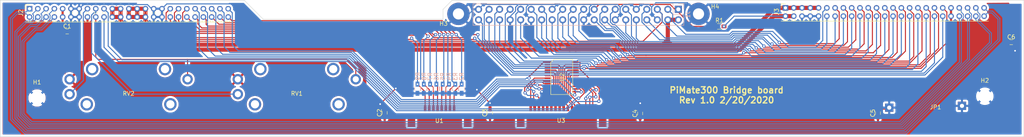
<source format=kicad_pcb>
(kicad_pcb (version 20171130) (host pcbnew "(5.1.5)-3")
  (layers (0 F.Cu signal) (31 B.Cu signal) (34 B.Paste user) (35 F.Paste user) (36 B.SilkS user) (37 F.SilkS user) (38 B.Mask user) (39 F.Mask user) (44 Edge.Cuts user))
  (net 0 "")
  (net 1 GNDD)
  (net 2 GND)
  (net 3 "Net-(J1-Pad1)")
  (net 4 +5V)
  (net 5 GPIO2)
  (net 6 GPIO3)
  (net 7 GPIO4)
  (net 8 GPIO14)
  (net 9 GPIO15)
  (net 10 GPIO17)
  (net 11 GPIO18)
  (net 12 GPIO27)
  (net 13 GPIO22)
  (net 14 GPIO23)
  (net 15 GPIO24)
  (net 16 GPIO10)
  (net 17 GPIO9)
  (net 18 GPIO25)
  (net 19 GPIO11)
  (net 20 GPIO8)
  (net 21 GPIO7)
  (net 22 GPIO0)
  (net 23 GPIO1)
  (net 24 GPIO5)
  (net 25 GPIO6)
  (net 26 GPIO12)
  (net 27 GPIO13)
  (net 28 GPIO19)
  (net 29 GPIO16)
  (net 30 GPIO26)
  (net 31 GPIO20)
  (net 32 GPIO21)
  (net 33 BRIGHTNESS)
  (net 34 GNDA)
  (net 35 CONTRAST)
  (net 36 +3.3VA)
  (net 37 +3V3)
  (net 38 "Net-(J2-Pad36)")
  (net 39 LED_CHRG)
  (net 40 "Net-(J2-Pad38)")
  (net 41 LED_PWR)
  (net 42 "Net-(J2-Pad40)")
  (net 43 "Net-(J2-Pad41)")
  (net 44 "Net-(J2-Pad42)")
  (net 45 "Net-(J2-Pad43)")
  (net 46 "Net-(J2-Pad44)")
  (net 47 "Net-(J2-Pad45)")
  (net 48 "Net-(J2-Pad46)")
  (net 49 "Net-(J2-Pad47)")
  (net 50 "Net-(J2-Pad48)")
  (net 51 "Net-(J2-Pad49)")
  (net 52 "Net-(J2-Pad50)")
  (net 53 "Net-(U2-Pad16)")
  (net 54 "Net-(U2-Pad17)")
  (net 55 "Net-(U2-Pad18)")
  (net 56 "Net-(U2-Pad19)")
  (net 57 "Net-(U2-Pad20)")
  (net 58 "Net-(U2-Pad21)")
  (net 59 "Net-(U2-Pad22)")
  (net 60 "Net-(U2-Pad8)")
  (net 61 "Net-(U2-Pad7)")
  (net 62 "Net-(U2-Pad6)")
  (net 63 "Net-(U2-Pad5)")
  (net 64 "Net-(U2-Pad4)")
  (net 65 "Net-(U2-Pad3)")
  (net 66 "Net-(U2-Pad23)")
  (net 67 "Net-(U2-Pad2)")
  (net 68 "Net-(U2-Pad9)")
  (net 69 USB3_DN)
  (net 70 USB3_DP)
  (net 71 USB2_DN)
  (net 72 USB2_DP)
  (net 73 USB1_DN)
  (net 74 USB1_DP)
  (net 75 USB0_DN)
  (net 76 USB0_DP)
  (net 77 KBD_EN)
  (net 78 KBD_PWR)
  (module Socket_Strips:Socket_Strip_Angled_2x25_Pitch2.00mm (layer F.Cu) (at 27.0764 86.0552 90)
    (fp_text reference J2 (at -1 -2.1 90) (layer F.SilkS))
    (fp_text value LEFT_CON)
    (pad 1 thru_hole rect (at 0 0 90) (size 1.35 1.35) (drill 0.8) (layers *.Cu *.Mask) (net 69 USB3_DN))
    (pad 2 thru_hole oval (at -2 0 90) (size 1.35 1.35) (drill 0.8) (layers *.Cu *.Mask) (net 70 USB3_DP))
    (pad 3 thru_hole oval (at 0 2 90) (size 1.35 1.35) (drill 0.8) (layers *.Cu *.Mask) (net 71 USB2_DN))
    (pad 4 thru_hole oval (at -2 2 90) (size 1.35 1.35) (drill 0.8) (layers *.Cu *.Mask) (net 72 USB2_DP))
    (pad 5 thru_hole oval (at 0 4 90) (size 1.35 1.35) (drill 0.8) (layers *.Cu *.Mask) (net 73 USB1_DN))
    (pad 6 thru_hole oval (at -2 4 90) (size 1.35 1.35) (drill 0.8) (layers *.Cu *.Mask) (net 74 USB1_DP))
    (pad 7 thru_hole oval (at 0 6 90) (size 1.35 1.35) (drill 0.8) (layers *.Cu *.Mask) (net 75 USB0_DN))
    (pad 8 thru_hole oval (at -2 6 90) (size 1.35 1.35) (drill 0.8) (layers *.Cu *.Mask) (net 76 USB0_DP))
    (pad 9 thru_hole oval (at 0 8 90) (size 1.35 1.35) (drill 0.8) (layers *.Cu *.Mask) (net 1 GNDD))
    (pad 10 thru_hole oval (at -2 8 90) (size 1.35 1.35) (drill 0.8) (layers *.Cu *.Mask) (net 1 GNDD))
    (pad 11 thru_hole oval (at 0 10 90) (size 1.35 1.35) (drill 0.8) (layers *.Cu *.Mask) (net 2 GND))
    (pad 12 thru_hole oval (at -2 10 90) (size 1.35 1.35) (drill 0.8) (layers *.Cu *.Mask) (net 2 GND))
    (pad 13 thru_hole oval (at 0 12 90) (size 1.35 1.35) (drill 0.8) (layers *.Cu *.Mask) (net 2 GND))
    (pad 14 thru_hole oval (at -2 12 90) (size 1.35 1.35) (drill 0.8) (layers *.Cu *.Mask) (net 2 GND))
    (pad 15 thru_hole oval (at 0 14 90) (size 1.35 1.35) (drill 0.8) (layers *.Cu *.Mask) (net 35 CONTRAST))
    (pad 16 thru_hole oval (at -2 14 90) (size 1.35 1.35) (drill 0.8) (layers *.Cu *.Mask) (net 34 GNDA))
    (pad 17 thru_hole oval (at 0 16 90) (size 1.35 1.35) (drill 0.8) (layers *.Cu *.Mask) (net 33 BRIGHTNESS))
    (pad 18 thru_hole oval (at -2 16 90) (size 1.35 1.35) (drill 0.8) (layers *.Cu *.Mask) (net 36 +3.3VA))
    (pad 19 thru_hole oval (at 0 18 90) (size 1.35 1.35) (drill 0.8) (layers *.Cu *.Mask) (net 77 KBD_EN))
    (pad 20 thru_hole oval (at -2 18 90) (size 1.35 1.35) (drill 0.8) (layers *.Cu *.Mask) (net 78 KBD_PWR))
    (pad 21 thru_hole oval (at 0 20 90) (size 1.35 1.35) (drill 0.8) (layers *.Cu *.Mask) (net 37 +3V3))
    (pad 22 thru_hole oval (at -2 20 90) (size 1.35 1.35) (drill 0.8) (layers *.Cu *.Mask) (net 37 +3V3))
    (pad 23 thru_hole oval (at 0 22 90) (size 1.35 1.35) (drill 0.8) (layers *.Cu *.Mask) (net 37 +3V3))
    (pad 24 thru_hole oval (at -2 22 90) (size 1.35 1.35) (drill 0.8) (layers *.Cu *.Mask) (net 37 +3V3))
    (pad 25 thru_hole oval (at 0 24 90) (size 1.35 1.35) (drill 0.8) (layers *.Cu *.Mask) (net 4 +5V))
    (pad 26 thru_hole oval (at -2 24 90) (size 1.35 1.35) (drill 0.8) (layers *.Cu *.Mask) (net 4 +5V))
    (pad 27 thru_hole oval (at 0 26 90) (size 1.35 1.35) (drill 0.8) (layers *.Cu *.Mask) (net 4 +5V))
    (pad 28 thru_hole oval (at -2 26 90) (size 1.35 1.35) (drill 0.8) (layers *.Cu *.Mask) (net 4 +5V))
    (pad 29 thru_hole oval (at 0 28 90) (size 1.35 1.35) (drill 0.8) (layers *.Cu *.Mask) (net 4 +5V))
    (pad 30 thru_hole oval (at -2 28 90) (size 1.35 1.35) (drill 0.8) (layers *.Cu *.Mask) (net 4 +5V))
    (pad 31 thru_hole oval (at 0 30 90) (size 1.35 1.35) (drill 0.8) (layers *.Cu *.Mask) (net 2 GND))
    (pad 32 thru_hole oval (at -2 30 90) (size 1.35 1.35) (drill 0.8) (layers *.Cu *.Mask) (net 2 GND))
    (pad 33 thru_hole oval (at 0 32 90) (size 1.35 1.35) (drill 0.8) (layers *.Cu *.Mask) (net 2 GND))
    (pad 34 thru_hole oval (at -2 32 90) (size 1.35 1.35) (drill 0.8) (layers *.Cu *.Mask) (net 2 GND))
    (pad 35 thru_hole oval (at 0 34 90) (size 1.35 1.35) (drill 0.8) (layers *.Cu *.Mask) (net 6 GPIO3))
    (pad 36 thru_hole oval (at -2 34 90) (size 1.35 1.35) (drill 0.8) (layers *.Cu *.Mask) (net 38 "Net-(J2-Pad36)"))
    (pad 37 thru_hole oval (at 0 36 90) (size 1.35 1.35) (drill 0.8) (layers *.Cu *.Mask) (net 39 LED_CHRG))
    (pad 38 thru_hole oval (at -2 36 90) (size 1.35 1.35) (drill 0.8) (layers *.Cu *.Mask) (net 40 "Net-(J2-Pad38)"))
    (pad 39 thru_hole oval (at 0 38 90) (size 1.35 1.35) (drill 0.8) (layers *.Cu *.Mask) (net 41 LED_PWR))
    (pad 40 thru_hole oval (at -2 38 90) (size 1.35 1.35) (drill 0.8) (layers *.Cu *.Mask) (net 42 "Net-(J2-Pad40)"))
    (pad 41 thru_hole oval (at 0 40 90) (size 1.35 1.35) (drill 0.8) (layers *.Cu *.Mask) (net 43 "Net-(J2-Pad41)"))
    (pad 42 thru_hole oval (at -2 40 90) (size 1.35 1.35) (drill 0.8) (layers *.Cu *.Mask) (net 44 "Net-(J2-Pad42)"))
    (pad 43 thru_hole oval (at 0 42 90) (size 1.35 1.35) (drill 0.8) (layers *.Cu *.Mask) (net 45 "Net-(J2-Pad43)"))
    (pad 44 thru_hole oval (at -2 42 90) (size 1.35 1.35) (drill 0.8) (layers *.Cu *.Mask) (net 46 "Net-(J2-Pad44)"))
    (pad 45 thru_hole oval (at 0 44 90) (size 1.35 1.35) (drill 0.8) (layers *.Cu *.Mask) (net 47 "Net-(J2-Pad45)"))
    (pad 46 thru_hole oval (at -2 44 90) (size 1.35 1.35) (drill 0.8) (layers *.Cu *.Mask) (net 48 "Net-(J2-Pad46)"))
    (pad 47 thru_hole oval (at 0 46 90) (size 1.35 1.35) (drill 0.8) (layers *.Cu *.Mask) (net 49 "Net-(J2-Pad47)"))
    (pad 48 thru_hole oval (at -2 46 90) (size 1.35 1.35) (drill 0.8) (layers *.Cu *.Mask) (net 50 "Net-(J2-Pad48)"))
    (pad 49 thru_hole oval (at 0 48 90) (size 1.35 1.35) (drill 0.8) (layers *.Cu *.Mask) (net 51 "Net-(J2-Pad49)"))
    (pad 50 thru_hole oval (at -2 48 90) (size 1.35 1.35) (drill 0.8) (layers *.Cu *.Mask) (net 52 "Net-(J2-Pad50)"))
  )
  (module Socket_Strips:Socket_Strip_Angled_2x25_Pitch2.00mm (layer F.Cu) (at 209.7024 85.852 90)
    (fp_text reference J3 (at -0.95 -2.15 90) (layer F.SilkS))
    (fp_text value RIGHT_CON)
    (pad 1 thru_hole rect (at 0 0 90) (size 1.35 1.35) (drill 0.8) (layers *.Cu *.Mask) (net 4 +5V))
    (pad 2 thru_hole oval (at -2 0 90) (size 1.35 1.35) (drill 0.8) (layers *.Cu *.Mask) (net 37 +3V3))
    (pad 3 thru_hole oval (at 0 2 90) (size 1.35 1.35) (drill 0.8) (layers *.Cu *.Mask) (net 4 +5V))
    (pad 4 thru_hole oval (at -2 2 90) (size 1.35 1.35) (drill 0.8) (layers *.Cu *.Mask) (net 37 +3V3))
    (pad 5 thru_hole oval (at 0 4 90) (size 1.35 1.35) (drill 0.8) (layers *.Cu *.Mask) (net 4 +5V))
    (pad 6 thru_hole oval (at -2 4 90) (size 1.35 1.35) (drill 0.8) (layers *.Cu *.Mask) (net 2 GND))
    (pad 7 thru_hole oval (at 0 6 90) (size 1.35 1.35) (drill 0.8) (layers *.Cu *.Mask) (net 4 +5V))
    (pad 8 thru_hole oval (at -2 6 90) (size 1.35 1.35) (drill 0.8) (layers *.Cu *.Mask) (net 2 GND))
    (pad 9 thru_hole oval (at 0 8 90) (size 1.35 1.35) (drill 0.8) (layers *.Cu *.Mask) (net 4 +5V))
    (pad 10 thru_hole oval (at -2 8 90) (size 1.35 1.35) (drill 0.8) (layers *.Cu *.Mask) (net 2 GND))
    (pad 11 thru_hole oval (at 0 10 90) (size 1.35 1.35) (drill 0.8) (layers *.Cu *.Mask) (net 5 GPIO2))
    (pad 12 thru_hole oval (at -2 10 90) (size 1.35 1.35) (drill 0.8) (layers *.Cu *.Mask) (net 8 GPIO14))
    (pad 13 thru_hole oval (at 0 12 90) (size 1.35 1.35) (drill 0.8) (layers *.Cu *.Mask) (net 6 GPIO3))
    (pad 14 thru_hole oval (at -2 12 90) (size 1.35 1.35) (drill 0.8) (layers *.Cu *.Mask) (net 9 GPIO15))
    (pad 15 thru_hole oval (at 0 14 90) (size 1.35 1.35) (drill 0.8) (layers *.Cu *.Mask) (net 7 GPIO4))
    (pad 16 thru_hole oval (at -2 14 90) (size 1.35 1.35) (drill 0.8) (layers *.Cu *.Mask) (net 11 GPIO18))
    (pad 17 thru_hole oval (at 0 16 90) (size 1.35 1.35) (drill 0.8) (layers *.Cu *.Mask) (net 10 GPIO17))
    (pad 18 thru_hole oval (at -2 16 90) (size 1.35 1.35) (drill 0.8) (layers *.Cu *.Mask) (net 14 GPIO23))
    (pad 19 thru_hole oval (at 0 18 90) (size 1.35 1.35) (drill 0.8) (layers *.Cu *.Mask) (net 12 GPIO27))
    (pad 20 thru_hole oval (at -2 18 90) (size 1.35 1.35) (drill 0.8) (layers *.Cu *.Mask) (net 15 GPIO24))
    (pad 21 thru_hole oval (at 0 20 90) (size 1.35 1.35) (drill 0.8) (layers *.Cu *.Mask) (net 13 GPIO22))
    (pad 22 thru_hole oval (at -2 20 90) (size 1.35 1.35) (drill 0.8) (layers *.Cu *.Mask) (net 18 GPIO25))
    (pad 23 thru_hole oval (at 0 22 90) (size 1.35 1.35) (drill 0.8) (layers *.Cu *.Mask) (net 16 GPIO10))
    (pad 24 thru_hole oval (at -2 22 90) (size 1.35 1.35) (drill 0.8) (layers *.Cu *.Mask) (net 20 GPIO8))
    (pad 25 thru_hole oval (at 0 24 90) (size 1.35 1.35) (drill 0.8) (layers *.Cu *.Mask) (net 17 GPIO9))
    (pad 26 thru_hole oval (at -2 24 90) (size 1.35 1.35) (drill 0.8) (layers *.Cu *.Mask) (net 21 GPIO7))
    (pad 27 thru_hole oval (at 0 26 90) (size 1.35 1.35) (drill 0.8) (layers *.Cu *.Mask) (net 19 GPIO11))
    (pad 28 thru_hole oval (at -2 26 90) (size 1.35 1.35) (drill 0.8) (layers *.Cu *.Mask) (net 23 GPIO1))
    (pad 29 thru_hole oval (at 0 28 90) (size 1.35 1.35) (drill 0.8) (layers *.Cu *.Mask) (net 22 GPIO0))
    (pad 30 thru_hole oval (at -2 28 90) (size 1.35 1.35) (drill 0.8) (layers *.Cu *.Mask) (net 26 GPIO12))
    (pad 31 thru_hole oval (at 0 30 90) (size 1.35 1.35) (drill 0.8) (layers *.Cu *.Mask) (net 24 GPIO5))
    (pad 32 thru_hole oval (at -2 30 90) (size 1.35 1.35) (drill 0.8) (layers *.Cu *.Mask) (net 29 GPIO16))
    (pad 33 thru_hole oval (at 0 32 90) (size 1.35 1.35) (drill 0.8) (layers *.Cu *.Mask) (net 25 GPIO6))
    (pad 34 thru_hole oval (at -2 32 90) (size 1.35 1.35) (drill 0.8) (layers *.Cu *.Mask) (net 31 GPIO20))
    (pad 35 thru_hole oval (at 0 34 90) (size 1.35 1.35) (drill 0.8) (layers *.Cu *.Mask) (net 27 GPIO13))
    (pad 36 thru_hole oval (at -2 34 90) (size 1.35 1.35) (drill 0.8) (layers *.Cu *.Mask) (net 32 GPIO21))
    (pad 37 thru_hole oval (at 0 36 90) (size 1.35 1.35) (drill 0.8) (layers *.Cu *.Mask) (net 28 GPIO19))
    (pad 38 thru_hole oval (at -2 36 90) (size 1.35 1.35) (drill 0.8) (layers *.Cu *.Mask) (net 41 LED_PWR))
    (pad 39 thru_hole oval (at 0 38 90) (size 1.35 1.35) (drill 0.8) (layers *.Cu *.Mask) (net 30 GPIO26))
    (pad 40 thru_hole oval (at -2 38 90) (size 1.35 1.35) (drill 0.8) (layers *.Cu *.Mask) (net 39 LED_CHRG))
    (pad 41 thru_hole oval (at 0 40 90) (size 1.35 1.35) (drill 0.8) (layers *.Cu *.Mask) (net 1 GNDD))
    (pad 42 thru_hole oval (at -2 40 90) (size 1.35 1.35) (drill 0.8) (layers *.Cu *.Mask) (net 1 GNDD))
    (pad 43 thru_hole oval (at 0 42 90) (size 1.35 1.35) (drill 0.8) (layers *.Cu *.Mask) (net 75 USB0_DN))
    (pad 44 thru_hole oval (at -2 42 90) (size 1.35 1.35) (drill 0.8) (layers *.Cu *.Mask) (net 76 USB0_DP))
    (pad 45 thru_hole oval (at 0 44 90) (size 1.35 1.35) (drill 0.8) (layers *.Cu *.Mask) (net 73 USB1_DN))
    (pad 46 thru_hole oval (at -2 44 90) (size 1.35 1.35) (drill 0.8) (layers *.Cu *.Mask) (net 74 USB1_DP))
    (pad 47 thru_hole oval (at 0 46 90) (size 1.35 1.35) (drill 0.8) (layers *.Cu *.Mask) (net 71 USB2_DN))
    (pad 48 thru_hole oval (at -2 46 90) (size 1.35 1.35) (drill 0.8) (layers *.Cu *.Mask) (net 72 USB2_DP))
    (pad 49 thru_hole oval (at 0 48 90) (size 1.35 1.35) (drill 0.8) (layers *.Cu *.Mask) (net 69 USB3_DN))
    (pad 50 thru_hole oval (at -2 48 90) (size 1.35 1.35) (drill 0.8) (layers *.Cu *.Mask) (net 70 USB3_DP))
  )
  (module Socket_Strips:Socket_Strip_Straight_2x20_Pitch2.54mm (layer B.Cu) (at 183.825 86.2 90)
    (fp_text reference J1 (at -1.27 2.33 90) (layer B.SilkS) (effects (justify mirror)))
    (fp_text value PI_CON)
    (pad 1 thru_hole rect (at 0 0 90) (size 1.7 1.7) (drill 1) (layers *.Cu *.Mask) (net 3 "Net-(J1-Pad1)"))
    (pad 2 thru_hole oval (at -2.54 0 90) (size 1.7 1.7) (drill 1) (layers *.Cu *.Mask) (net 4 +5V))
    (pad 3 thru_hole oval (at 0 -2.54 90) (size 1.7 1.7) (drill 1) (layers *.Cu *.Mask) (net 5 GPIO2))
    (pad 4 thru_hole oval (at -2.54 -2.54 90) (size 1.7 1.7) (drill 1) (layers *.Cu *.Mask) (net 4 +5V))
    (pad 5 thru_hole oval (at 0 -5.08 90) (size 1.7 1.7) (drill 1) (layers *.Cu *.Mask) (net 6 GPIO3))
    (pad 6 thru_hole oval (at -2.54 -5.08 90) (size 1.7 1.7) (drill 1) (layers *.Cu *.Mask) (net 2 GND))
    (pad 7 thru_hole oval (at 0 -7.62 90) (size 1.7 1.7) (drill 1) (layers *.Cu *.Mask) (net 7 GPIO4))
    (pad 8 thru_hole oval (at -2.54 -7.62 90) (size 1.7 1.7) (drill 1) (layers *.Cu *.Mask) (net 8 GPIO14))
    (pad 9 thru_hole oval (at 0 -10.16 90) (size 1.7 1.7) (drill 1) (layers *.Cu *.Mask) (net 2 GND))
    (pad 10 thru_hole oval (at -2.54 -10.16 90) (size 1.7 1.7) (drill 1) (layers *.Cu *.Mask) (net 9 GPIO15))
    (pad 11 thru_hole oval (at 0 -12.7 90) (size 1.7 1.7) (drill 1) (layers *.Cu *.Mask) (net 10 GPIO17))
    (pad 12 thru_hole oval (at -2.54 -12.7 90) (size 1.7 1.7) (drill 1) (layers *.Cu *.Mask) (net 11 GPIO18))
    (pad 13 thru_hole oval (at 0 -15.24 90) (size 1.7 1.7) (drill 1) (layers *.Cu *.Mask) (net 12 GPIO27))
    (pad 14 thru_hole oval (at -2.54 -15.24 90) (size 1.7 1.7) (drill 1) (layers *.Cu *.Mask) (net 2 GND))
    (pad 15 thru_hole oval (at 0 -17.78 90) (size 1.7 1.7) (drill 1) (layers *.Cu *.Mask) (net 13 GPIO22))
    (pad 16 thru_hole oval (at -2.54 -17.78 90) (size 1.7 1.7) (drill 1) (layers *.Cu *.Mask) (net 14 GPIO23))
    (pad 17 thru_hole oval (at 0 -20.32 90) (size 1.7 1.7) (drill 1) (layers *.Cu *.Mask) (net 3 "Net-(J1-Pad1)"))
    (pad 18 thru_hole oval (at -2.54 -20.32 90) (size 1.7 1.7) (drill 1) (layers *.Cu *.Mask) (net 15 GPIO24))
    (pad 19 thru_hole oval (at 0 -22.86 90) (size 1.7 1.7) (drill 1) (layers *.Cu *.Mask) (net 16 GPIO10))
    (pad 20 thru_hole oval (at -2.54 -22.86 90) (size 1.7 1.7) (drill 1) (layers *.Cu *.Mask) (net 2 GND))
    (pad 21 thru_hole oval (at 0 -25.4 90) (size 1.7 1.7) (drill 1) (layers *.Cu *.Mask) (net 17 GPIO9))
    (pad 22 thru_hole oval (at -2.54 -25.4 90) (size 1.7 1.7) (drill 1) (layers *.Cu *.Mask) (net 18 GPIO25))
    (pad 23 thru_hole oval (at 0 -27.94 90) (size 1.7 1.7) (drill 1) (layers *.Cu *.Mask) (net 19 GPIO11))
    (pad 24 thru_hole oval (at -2.54 -27.94 90) (size 1.7 1.7) (drill 1) (layers *.Cu *.Mask) (net 20 GPIO8))
    (pad 25 thru_hole oval (at 0 -30.48 90) (size 1.7 1.7) (drill 1) (layers *.Cu *.Mask) (net 2 GND))
    (pad 26 thru_hole oval (at -2.54 -30.48 90) (size 1.7 1.7) (drill 1) (layers *.Cu *.Mask) (net 21 GPIO7))
    (pad 27 thru_hole oval (at 0 -33.02 90) (size 1.7 1.7) (drill 1) (layers *.Cu *.Mask) (net 22 GPIO0))
    (pad 28 thru_hole oval (at -2.54 -33.02 90) (size 1.7 1.7) (drill 1) (layers *.Cu *.Mask) (net 23 GPIO1))
    (pad 29 thru_hole oval (at 0 -35.56 90) (size 1.7 1.7) (drill 1) (layers *.Cu *.Mask) (net 24 GPIO5))
    (pad 30 thru_hole oval (at -2.54 -35.56 90) (size 1.7 1.7) (drill 1) (layers *.Cu *.Mask) (net 2 GND))
    (pad 31 thru_hole oval (at 0 -38.1 90) (size 1.7 1.7) (drill 1) (layers *.Cu *.Mask) (net 25 GPIO6))
    (pad 32 thru_hole oval (at -2.54 -38.1 90) (size 1.7 1.7) (drill 1) (layers *.Cu *.Mask) (net 26 GPIO12))
    (pad 33 thru_hole oval (at 0 -40.64 90) (size 1.7 1.7) (drill 1) (layers *.Cu *.Mask) (net 27 GPIO13))
    (pad 34 thru_hole oval (at -2.54 -40.64 90) (size 1.7 1.7) (drill 1) (layers *.Cu *.Mask) (net 2 GND))
    (pad 35 thru_hole oval (at 0 -43.18 90) (size 1.7 1.7) (drill 1) (layers *.Cu *.Mask) (net 28 GPIO19))
    (pad 36 thru_hole oval (at -2.54 -43.18 90) (size 1.7 1.7) (drill 1) (layers *.Cu *.Mask) (net 29 GPIO16))
    (pad 37 thru_hole oval (at 0 -45.72 90) (size 1.7 1.7) (drill 1) (layers *.Cu *.Mask) (net 30 GPIO26))
    (pad 38 thru_hole oval (at -2.54 -45.72 90) (size 1.7 1.7) (drill 1) (layers *.Cu *.Mask) (net 31 GPIO20))
    (pad 39 thru_hole oval (at 0 -48.26 90) (size 1.7 1.7) (drill 1) (layers *.Cu *.Mask) (net 2 GND))
    (pad 40 thru_hole oval (at -2.54 -48.26 90) (size 1.7 1.7) (drill 1) (layers *.Cu *.Mask) (net 32 GPIO21))
  )
  (module Oddities:NetTie-I (layer F.Cu) (at 265.3792 105.4354)
    (fp_text reference JP1 (at -19.4056 4.3942) (layer F.SilkS))
    (fp_text value Jumper)
    (pad 1 thru_hole rect (at -13.0302 4.0894) (size 1.99898 1.99898) (drill 1.00076) (layers *.Cu *.Mask) (net 2 GND))
    (pad 2 thru_hole rect (at -30.607 4.5212) (size 1.99898 1.99898) (drill 1.00076) (layers *.Cu *.Mask) (net 2 GND))
  )
  (module "eMate 300 Pi:FH12-16S-1SH" (layer F.Cu) (at 155.65 113.16)
    (fp_text reference U3 (at -0.15 -0.1) (layer F.SilkS))
    (fp_text value KBD_COL hide)
    (pad "" smd rect (at 9.9 0.25) (size 1.8 2.2) (layers F.Cu F.Paste F.Mask))
    (pad "" smd rect (at -9.9 0.25) (size 1.8 2.2) (layers F.Cu F.Paste F.Mask))
    (pad 16 smd rect (at 7.5 -3) (size 0.6 1.3) (layers F.Cu F.Paste F.Mask) (net 53 "Net-(U2-Pad16)"))
    (pad 15 smd rect (at 6.5 -3) (size 0.6 1.3) (layers F.Cu F.Paste F.Mask) (net 54 "Net-(U2-Pad17)"))
    (pad 14 smd rect (at 5.5 -3) (size 0.6 1.3) (layers F.Cu F.Paste F.Mask) (net 55 "Net-(U2-Pad18)"))
    (pad 13 smd rect (at 4.5 -3) (size 0.6 1.3) (layers F.Cu F.Paste F.Mask) (net 56 "Net-(U2-Pad19)"))
    (pad 12 smd rect (at 3.5 -3) (size 0.6 1.3) (layers F.Cu F.Paste F.Mask) (net 57 "Net-(U2-Pad20)"))
    (pad 11 smd rect (at 2.5 -3) (size 0.6 1.3) (layers F.Cu F.Paste F.Mask) (net 58 "Net-(U2-Pad21)"))
    (pad 10 smd rect (at 1.5 -3) (size 0.6 1.3) (layers F.Cu F.Paste F.Mask) (net 59 "Net-(U2-Pad22)"))
    (pad 9 smd rect (at 0.5 -3) (size 0.6 1.3) (layers F.Cu F.Paste F.Mask) (net 66 "Net-(U2-Pad23)"))
    (pad 1 smd rect (at -7.5 -3) (size 0.6 1.3) (layers F.Cu F.Paste F.Mask) (net 68 "Net-(U2-Pad9)"))
    (pad 2 smd rect (at -6.5 -3) (size 0.6 1.3) (layers F.Cu F.Paste F.Mask) (net 60 "Net-(U2-Pad8)"))
    (pad 3 smd rect (at -5.5 -3) (size 0.6 1.3) (layers F.Cu F.Paste F.Mask) (net 61 "Net-(U2-Pad7)"))
    (pad 4 smd rect (at -4.5 -3) (size 0.6 1.3) (layers F.Cu F.Paste F.Mask) (net 62 "Net-(U2-Pad6)"))
    (pad 5 smd rect (at -3.5 -3) (size 0.6 1.3) (layers F.Cu F.Paste F.Mask) (net 63 "Net-(U2-Pad5)"))
    (pad 6 smd rect (at -2.5 -3) (size 0.6 1.3) (layers F.Cu F.Paste F.Mask) (net 64 "Net-(U2-Pad4)"))
    (pad 8 smd rect (at -0.5 -3) (size 0.6 1.3) (layers F.Cu F.Paste F.Mask) (net 67 "Net-(U2-Pad2)"))
    (pad 7 smd rect (at -1.5 -3) (size 0.6 1.3) (layers F.Cu F.Paste F.Mask) (net 65 "Net-(U2-Pad3)"))
  )
  (module "eMate 300 Pi:FH12-08S-1SH" (layer F.Cu) (at 126.15 113.16)
    (fp_text reference U1 (at -0.0644 -0.0284) (layer F.SilkS))
    (fp_text value KBD_ROW hide)
    (pad "" smd rect (at 6.8 0.25) (size 1.8 2.2) (layers F.Cu F.Paste F.Mask))
    (pad "" smd rect (at -6.8 0.25) (size 1.8 2.2) (layers F.Cu F.Paste F.Mask))
    (pad 1 smd rect (at -3.5 -3) (size 0.6 1.3) (layers F.Cu F.Paste F.Mask) (net 38 "Net-(J2-Pad36)"))
    (pad 2 smd rect (at -2.5 -3) (size 0.6 1.3) (layers F.Cu F.Paste F.Mask) (net 40 "Net-(J2-Pad38)"))
    (pad 3 smd rect (at -1.5 -3) (size 0.6 1.3) (layers F.Cu F.Paste F.Mask) (net 42 "Net-(J2-Pad40)"))
    (pad 4 smd rect (at -0.5 -3) (size 0.6 1.3) (layers F.Cu F.Paste F.Mask) (net 44 "Net-(J2-Pad42)"))
    (pad 5 smd rect (at 0.5 -3) (size 0.6 1.3) (layers F.Cu F.Paste F.Mask) (net 46 "Net-(J2-Pad44)"))
    (pad 6 smd rect (at 1.5 -3) (size 0.6 1.3) (layers F.Cu F.Paste F.Mask) (net 48 "Net-(J2-Pad46)"))
    (pad 8 smd rect (at 3.5 -3) (size 0.6 1.3) (layers F.Cu F.Paste F.Mask) (net 52 "Net-(J2-Pad50)"))
    (pad 7 smd rect (at 2.5 -3) (size 0.6 1.3) (layers F.Cu F.Paste F.Mask) (net 50 "Net-(J2-Pad48)"))
  )
  (module Mounting_Holes:MountingHole_2.7mm_Pad (layer F.Cu) (at 188.7 87.3)
    (fp_text reference H4 (at 4.0098 -1.7528) (layer F.SilkS))
    (fp_text value PiMount)
    (pad 1 thru_hole circle (at 0 0) (size 5.4 5.4) (drill 2.7) (layers *.Cu *.Mask) (net 2 GND))
  )
  (module Mounting_Holes:MountingHole_2.7mm_Pad (layer F.Cu) (at 130.7 87.3)
    (fp_text reference H3 (at -3.5984 2.3366) (layer F.SilkS))
    (fp_text value PiMount)
    (pad 1 thru_hole circle (at 0 0) (size 5.4 5.4) (drill 2.7) (layers *.Cu *.Mask) (net 2 GND))
  )
  (module Mounting_Holes:MountingHole_3.2mm_M3_DIN965 (layer F.Cu) (at 257.871 107.2)
    (fp_text reference H2 (at 0 -3.8) (layer F.SilkS))
    (fp_text value CaseMount)
    (pad 1 np_thru_hole circle (at 0 0) (size 3.2 3.2) (drill 3.2) (layers *.Cu *.Mask) (net 2 GND))
  )
  (module Mounting_Holes:MountingHole_3.2mm_M3_DIN965 (layer F.Cu) (at 28.89 107.62)
    (fp_text reference H1 (at 0 -3.8) (layer F.SilkS))
    (fp_text value CaseMount)
    (pad 1 np_thru_hole circle (at 0 0) (size 3.2 3.2) (drill 3.2) (layers *.Cu *.Mask) (net 2 GND))
  )
  (module "eMate 300 Pi:CD74HC4067" (layer F.Cu) (at 155.6512 102.5144 270)
    (fp_text reference U2 (at 0.0508 -0.1016 270) (layer F.SilkS))
    (fp_text value CD74HC4067SM)
    (pad 12 smd rect (at 3.575 3.3 270) (size 0.38 1.6) (layers F.Cu F.Paste F.Mask) (net 2 GND))
    (pad 13 smd rect (at 3.575 -3.3 270) (size 0.38 1.6) (layers F.Cu F.Paste F.Mask) (net 47 "Net-(J2-Pad45)"))
    (pad 11 smd rect (at 2.925 3.3 270) (size 0.38 1.6) (layers F.Cu F.Paste F.Mask) (net 43 "Net-(J2-Pad41)"))
    (pad 14 smd rect (at 2.925 -3.3 270) (size 0.38 1.6) (layers F.Cu F.Paste F.Mask) (net 49 "Net-(J2-Pad47)"))
    (pad 10 smd rect (at 2.275 3.3 270) (size 0.38 1.6) (layers F.Cu F.Paste F.Mask) (net 45 "Net-(J2-Pad43)"))
    (pad 15 smd rect (at 2.275 -3.3 270) (size 0.38 1.6) (layers F.Cu F.Paste F.Mask) (net 77 KBD_EN))
    (pad 9 smd rect (at 1.625 3.3 270) (size 0.38 1.6) (layers F.Cu F.Paste F.Mask) (net 68 "Net-(U2-Pad9)"))
    (pad 16 smd rect (at 1.625 -3.3 270) (size 0.38 1.6) (layers F.Cu F.Paste F.Mask) (net 53 "Net-(U2-Pad16)"))
    (pad 8 smd rect (at 0.975 3.3 270) (size 0.38 1.6) (layers F.Cu F.Paste F.Mask) (net 60 "Net-(U2-Pad8)"))
    (pad 17 smd rect (at 0.975 -3.3 270) (size 0.38 1.6) (layers F.Cu F.Paste F.Mask) (net 54 "Net-(U2-Pad17)"))
    (pad 7 smd rect (at 0.325 3.3 270) (size 0.38 1.6) (layers F.Cu F.Paste F.Mask) (net 61 "Net-(U2-Pad7)"))
    (pad 18 smd rect (at 0.325 -3.3 270) (size 0.38 1.6) (layers F.Cu F.Paste F.Mask) (net 55 "Net-(U2-Pad18)"))
    (pad 6 smd rect (at -0.325 3.3 270) (size 0.38 1.6) (layers F.Cu F.Paste F.Mask) (net 62 "Net-(U2-Pad6)"))
    (pad 19 smd rect (at -0.325 -3.3 270) (size 0.38 1.6) (layers F.Cu F.Paste F.Mask) (net 56 "Net-(U2-Pad19)"))
    (pad 5 smd rect (at -0.975 3.3 270) (size 0.38 1.6) (layers F.Cu F.Paste F.Mask) (net 63 "Net-(U2-Pad5)"))
    (pad 20 smd rect (at -0.975 -3.3 270) (size 0.38 1.6) (layers F.Cu F.Paste F.Mask) (net 57 "Net-(U2-Pad20)"))
    (pad 4 smd rect (at -1.625 3.3 270) (size 0.38 1.6) (layers F.Cu F.Paste F.Mask) (net 64 "Net-(U2-Pad4)"))
    (pad 21 smd rect (at -1.625 -3.3 270) (size 0.38 1.6) (layers F.Cu F.Paste F.Mask) (net 58 "Net-(U2-Pad21)"))
    (pad 3 smd rect (at -2.275 3.3 270) (size 0.38 1.6) (layers F.Cu F.Paste F.Mask) (net 65 "Net-(U2-Pad3)"))
    (pad 22 smd rect (at -2.275 -3.3 270) (size 0.38 1.6) (layers F.Cu F.Paste F.Mask) (net 59 "Net-(U2-Pad22)"))
    (pad 2 smd rect (at -2.925 3.3 270) (size 0.38 1.6) (layers F.Cu F.Paste F.Mask) (net 67 "Net-(U2-Pad2)"))
    (pad 23 smd rect (at -2.925 -3.3 270) (size 0.38 1.6) (layers F.Cu F.Paste F.Mask) (net 66 "Net-(U2-Pad23)"))
    (pad 1 smd rect (at -3.575 3.3 270) (size 0.38 1.6) (layers F.Cu F.Paste F.Mask) (net 51 "Net-(J2-Pad49)"))
    (pad 24 smd rect (at -3.575 -3.3 270) (size 0.38 1.6) (layers F.Cu F.Paste F.Mask) (net 78 KBD_PWR))
  )
  (module "eMate 300 Pi:PTA1543" (layer F.Cu) (at 51.002 104.894)
    (fp_text reference RV2 (at 0 1.65) (layer F.SilkS))
    (fp_text value CONTRAST)
    (pad "" thru_hole circle (at 10.1 4.25) (size 3 3) (drill 2) (layers *.Cu *.Mask))
    (pad "" thru_hole circle (at -10.1 4.25) (size 3 3) (drill 2) (layers *.Cu *.Mask))
    (pad "" thru_hole circle (at 8.8 -4.25) (size 3 3) (drill 2) (layers *.Cu *.Mask))
    (pad "" thru_hole circle (at -8.8 -4.25) (size 3 3) (drill 2) (layers *.Cu *.Mask))
    (pad 3 thru_hole circle (at 14.25 -1.8) (size 2.5 2.5) (drill 1.5) (layers *.Cu *.Mask) (net 36 +3.3VA))
    (pad 2 thru_hole circle (at -14.25 1.8) (size 2.5 2.5) (drill 1.5) (layers *.Cu *.Mask) (net 35 CONTRAST))
    (pad 1 thru_hole circle (at -14.25 -1.8) (size 2.5 2.5) (drill 1.5) (layers *.Cu *.Mask) (net 34 GNDA))
  )
  (module "eMate 300 Pi:PTA1543" (layer F.Cu) (at 91.642 104.894)
    (fp_text reference RV1 (at 0 1.65) (layer F.SilkS))
    (fp_text value BRIGHTNESS)
    (pad "" thru_hole circle (at 10.1 4.25) (size 3 3) (drill 2) (layers *.Cu *.Mask))
    (pad "" thru_hole circle (at -10.1 4.25) (size 3 3) (drill 2) (layers *.Cu *.Mask))
    (pad "" thru_hole circle (at 8.8 -4.25) (size 3 3) (drill 2) (layers *.Cu *.Mask))
    (pad "" thru_hole circle (at -8.8 -4.25) (size 3 3) (drill 2) (layers *.Cu *.Mask))
    (pad 3 thru_hole circle (at 14.25 -1.8) (size 2.5 2.5) (drill 1.5) (layers *.Cu *.Mask) (net 36 +3.3VA))
    (pad 2 thru_hole circle (at -14.25 1.8) (size 2.5 2.5) (drill 1.5) (layers *.Cu *.Mask) (net 33 BRIGHTNESS))
    (pad 1 thru_hole circle (at -14.25 -1.8) (size 2.5 2.5) (drill 1.5) (layers *.Cu *.Mask) (net 34 GNDA))
  )
  (module Resistors_SMD:R_0603_HandSoldering (layer B.Cu) (at 120.8024 105.3846 270)
    (fp_text reference R9 (at -3.0304 -0.1016 270) (layer B.SilkS) (effects (justify mirror)))
    (fp_text value 4.7M)
    (pad 1 smd rect (at -1.1 0 270) (size 1.2 0.9) (layers B.Cu B.Paste B.Mask) (net 38 "Net-(J2-Pad36)"))
    (pad 2 smd rect (at 1.1 0 270) (size 1.2 0.9) (layers B.Cu B.Paste B.Mask) (net 2 GND))
  )
  (module Resistors_SMD:R_0603_HandSoldering (layer B.Cu) (at 122.3264 105.3846 270)
    (fp_text reference R8 (at -2.9972 -0.1016 270) (layer B.SilkS) (effects (justify mirror)))
    (fp_text value 4.7M)
    (pad 1 smd rect (at -1.1 0 270) (size 1.2 0.9) (layers B.Cu B.Paste B.Mask) (net 40 "Net-(J2-Pad38)"))
    (pad 2 smd rect (at 1.1 0 270) (size 1.2 0.9) (layers B.Cu B.Paste B.Mask) (net 2 GND))
  )
  (module Resistors_SMD:R_0603_HandSoldering (layer B.Cu) (at 123.8504 105.3846 270)
    (fp_text reference R7 (at -2.9464 0 270) (layer B.SilkS) (effects (justify mirror)))
    (fp_text value 4.7M)
    (pad 1 smd rect (at -1.1 0 270) (size 1.2 0.9) (layers B.Cu B.Paste B.Mask) (net 42 "Net-(J2-Pad40)"))
    (pad 2 smd rect (at 1.1 0 270) (size 1.2 0.9) (layers B.Cu B.Paste B.Mask) (net 2 GND))
  )
  (module Resistors_SMD:R_0603_HandSoldering (layer B.Cu) (at 125.3744 105.3846 270)
    (fp_text reference R6 (at -2.9464 0 270) (layer B.SilkS) (effects (justify mirror)))
    (fp_text value 4.7M)
    (pad 1 smd rect (at -1.1 0 270) (size 1.2 0.9) (layers B.Cu B.Paste B.Mask) (net 44 "Net-(J2-Pad42)"))
    (pad 2 smd rect (at 1.1 0 270) (size 1.2 0.9) (layers B.Cu B.Paste B.Mask) (net 2 GND))
  )
  (module Resistors_SMD:R_0603_HandSoldering (layer B.Cu) (at 126.8984 105.3846 270)
    (fp_text reference R5 (at -2.9464 0 270) (layer B.SilkS) (effects (justify mirror)))
    (fp_text value 4.7M)
    (pad 1 smd rect (at -1.1 0 270) (size 1.2 0.9) (layers B.Cu B.Paste B.Mask) (net 46 "Net-(J2-Pad44)"))
    (pad 2 smd rect (at 1.1 0 270) (size 1.2 0.9) (layers B.Cu B.Paste B.Mask) (net 2 GND))
  )
  (module Resistors_SMD:R_0603_HandSoldering (layer B.Cu) (at 128.4224 105.3846 270)
    (fp_text reference R4 (at -2.9464 0 270) (layer B.SilkS) (effects (justify mirror)))
    (fp_text value 4.7M)
    (pad 1 smd rect (at -1.1 0 270) (size 1.2 0.9) (layers B.Cu B.Paste B.Mask) (net 48 "Net-(J2-Pad46)"))
    (pad 2 smd rect (at 1.1 0 270) (size 1.2 0.9) (layers B.Cu B.Paste B.Mask) (net 2 GND))
  )
  (module Resistors_SMD:R_0603_HandSoldering (layer B.Cu) (at 129.9464 105.3846 270)
    (fp_text reference R3 (at -2.9464 0 270) (layer B.SilkS) (effects (justify mirror)))
    (fp_text value 4.7M)
    (pad 1 smd rect (at -1.1 0 270) (size 1.2 0.9) (layers B.Cu B.Paste B.Mask) (net 50 "Net-(J2-Pad48)"))
    (pad 2 smd rect (at 1.1 0 270) (size 1.2 0.9) (layers B.Cu B.Paste B.Mask) (net 2 GND))
  )
  (module Resistors_SMD:R_0603_HandSoldering (layer B.Cu) (at 131.4704 105.3846 270)
    (fp_text reference R2 (at -2.9464 0 270) (layer B.SilkS) (effects (justify mirror)))
    (fp_text value 4.7M)
    (pad 1 smd rect (at -1.1 0 270) (size 1.2 0.9) (layers B.Cu B.Paste B.Mask) (net 52 "Net-(J2-Pad50)"))
    (pad 2 smd rect (at 1.1 0 270) (size 1.2 0.9) (layers B.Cu B.Paste B.Mask) (net 2 GND))
  )
  (module Resistors_SMD:R_0603_HandSoldering (layer F.Cu) (at 193.7512 90.3224)
    (fp_text reference R1 (at 0 -1.45) (layer F.SilkS))
    (fp_text value 10K)
    (pad 1 smd rect (at -1.1 0) (size 1.2 0.9) (layers F.Cu F.Paste F.Mask) (net 3 "Net-(J1-Pad1)"))
    (pad 2 smd rect (at 1.1 0) (size 1.2 0.9) (layers F.Cu F.Paste F.Mask) (net 37 +3V3))
  )
  (module Capacitors_SMD:C_0603_HandSoldering (layer F.Cu) (at 264.2514 94.1324)
    (fp_text reference C6 (at 0 -1.25) (layer F.SilkS))
    (fp_text value 1uF)
    (pad 1 smd rect (at -0.95 0) (size 1.2 0.75) (layers F.Cu F.Paste F.Mask) (net 1 GNDD))
    (pad 2 smd rect (at 0.95 0) (size 1.2 0.75) (layers F.Cu F.Paste F.Mask) (net 2 GND))
  )
  (module Capacitors_SMD:C_0603_HandSoldering (layer F.Cu) (at 232.0544 111.2774 90)
    (fp_text reference C5 (at 0 -1.25 90) (layer F.SilkS))
    (fp_text value 1uF)
    (pad 1 smd rect (at -0.95 0 90) (size 1.2 0.75) (layers F.Cu F.Paste F.Mask) (net 1 GNDD))
    (pad 2 smd rect (at 0.95 0 90) (size 1.2 0.75) (layers F.Cu F.Paste F.Mask) (net 2 GND))
  )
  (module Capacitors_SMD:C_0603_HandSoldering (layer F.Cu) (at 174.5996 111.3536 90)
    (fp_text reference C4 (at 0 -1.25 90) (layer F.SilkS))
    (fp_text value 1uF)
    (pad 1 smd rect (at -0.95 0 90) (size 1.2 0.75) (layers F.Cu F.Paste F.Mask) (net 1 GNDD))
    (pad 2 smd rect (at 0.95 0 90) (size 1.2 0.75) (layers F.Cu F.Paste F.Mask) (net 2 GND))
  )
  (module Capacitors_SMD:C_0603_HandSoldering (layer F.Cu) (at 138.3284 111.2012 90)
    (fp_text reference C3 (at 0 -1.25 90) (layer F.SilkS))
    (fp_text value 1uF)
    (pad 1 smd rect (at -0.95 0 90) (size 1.2 0.75) (layers F.Cu F.Paste F.Mask) (net 1 GNDD))
    (pad 2 smd rect (at 0.95 0 90) (size 1.2 0.75) (layers F.Cu F.Paste F.Mask) (net 2 GND))
  )
  (module Capacitors_SMD:C_0603_HandSoldering (layer F.Cu) (at 112.8776 111.2012 90)
    (fp_text reference C2 (at 0 -1.25 90) (layer F.SilkS))
    (fp_text value 1uF)
    (pad 1 smd rect (at -0.95 0 90) (size 1.2 0.75) (layers F.Cu F.Paste F.Mask) (net 1 GNDD))
    (pad 2 smd rect (at 0.95 0 90) (size 1.2 0.75) (layers F.Cu F.Paste F.Mask) (net 2 GND))
  )
  (module Capacitors_SMD:C_0603_HandSoldering (layer F.Cu) (at 36.1696 91.5416)
    (fp_text reference C1 (at 0 -1.25) (layer F.SilkS))
    (fp_text value 1uF)
    (pad 1 smd rect (at -0.95 0) (size 1.2 0.75) (layers F.Cu F.Paste F.Mask) (net 1 GNDD))
    (pad 2 smd rect (at 0.95 0) (size 1.2 0.75) (layers F.Cu F.Paste F.Mask) (net 2 GND))
  )
  (gr_text "PiMate300 Bridge board\nRev 1.0 2/20/2020" (at 195.4784 106.934) (layer F.SilkS) (effects (font (size 1.5 1.5) (thickness 0.3))))
  (gr_line (start 78.9432 83.9978) (end 83.5152 88.5698) (layer Edge.Cuts) (width 0.1))
  (gr_line (start 126.9746 86.2076) (end 129.1844 84) (layer Edge.Cuts) (width 0.1))
  (gr_line (start 126.9746 88.5698) (end 126.9746 86.2076) (layer Edge.Cuts) (width 0.1))
  (gr_line (start 129.1844 84) (end 267.3096 84) (layer Edge.Cuts) (width 0.1))
  (gr_line (start 83.5152 88.5698) (end 126.9746 88.5698) (layer Edge.Cuts) (width 0.1))
  (gr_line (start 19.9898 83.9978) (end 78.9432 83.9978) (layer Edge.Cuts) (width 0.1))
  (gr_line (start 267.3096 117) (end 267.3096 84) (layer Edge.Cuts) (width 0.1))
  (gr_line (start 20 117) (end 267.3096 117) (layer Edge.Cuts) (width 0.1))
  (gr_line (start 20 84) (end 20 117) (layer Edge.Cuts) (width 0.1))
  (segment (start 37.1196 88.0984) (end 37.0764 88.0552) (width 0.25) (layer F.Cu) (net 2))
  (segment (start 37.1196 91.5416) (end 37.1196 88.0984) (width 0.25) (layer F.Cu) (net 2))
  (via (at 138.3284 108.8644) (size 0.8) (drill 0.4) (layers F.Cu B.Cu) (net 2))
  (segment (start 138.3284 110.2512) (end 138.3284 108.8644) (width 0.25) (layer F.Cu) (net 2))
  (via (at 150.876 106.1212) (size 0.8) (drill 0.4) (layers F.Cu B.Cu) (net 2))
  (segment (start 150.9078 106.0894) (end 150.876 106.1212) (width 0.25) (layer F.Cu) (net 2))
  (segment (start 152.3512 106.0894) (end 150.9078 106.0894) (width 0.25) (layer F.Cu) (net 2))
  (via (at 174.625 108.8898) (size 0.8) (drill 0.4) (layers F.Cu B.Cu) (net 2))
  (segment (start 174.5996 110.4036) (end 174.5996 108.9152) (width 0.25) (layer F.Cu) (net 2))
  (segment (start 174.5996 108.9152) (end 174.625 108.8898) (width 0.25) (layer F.Cu) (net 2))
  (segment (start 260.858 104.213) (end 260.858 100.457) (width 0.25) (layer B.Cu) (net 2))
  (segment (start 257.871 107.2) (end 260.858 104.213) (width 0.25) (layer B.Cu) (net 2))
  (segment (start 255.5462 109.5248) (end 252.349 109.5248) (width 0.25) (layer B.Cu) (net 2))
  (segment (start 257.871 107.2) (end 255.5462 109.5248) (width 0.25) (layer B.Cu) (net 2))
  (segment (start 234.4014 110.3274) (end 234.7722 109.9566) (width 0.25) (layer F.Cu) (net 2))
  (segment (start 232.0544 110.3274) (end 234.4014 110.3274) (width 0.25) (layer F.Cu) (net 2))
  (segment (start 174.514999 85.350001) (end 173.665 86.2) (width 0.25) (layer B.Cu) (net 2))
  (segment (start 174.830001 85.034999) (end 174.514999 85.350001) (width 0.25) (layer B.Cu) (net 2))
  (segment (start 176.764201 85.034999) (end 174.830001 85.034999) (width 0.25) (layer B.Cu) (net 2))
  (segment (start 177.370001 85.640799) (end 176.764201 85.034999) (width 0.25) (layer B.Cu) (net 2))
  (segment (start 177.370001 87.365001) (end 177.370001 85.640799) (width 0.25) (layer B.Cu) (net 2))
  (segment (start 178.745 88.74) (end 177.370001 87.365001) (width 0.25) (layer B.Cu) (net 2))
  (segment (start 169.434999 87.890001) (end 168.585 88.74) (width 0.25) (layer B.Cu) (net 2))
  (segment (start 169.750001 87.574999) (end 169.434999 87.890001) (width 0.25) (layer B.Cu) (net 2))
  (segment (start 170.565799 85.034999) (end 169.750001 85.850797) (width 0.25) (layer B.Cu) (net 2))
  (segment (start 172.499999 85.034999) (end 170.565799 85.034999) (width 0.25) (layer B.Cu) (net 2))
  (segment (start 173.665 86.2) (end 172.499999 85.034999) (width 0.25) (layer B.Cu) (net 2))
  (segment (start 169.144201 85.034999) (end 169.750001 85.640799) (width 0.25) (layer B.Cu) (net 2))
  (segment (start 162.945799 85.034999) (end 169.144201 85.034999) (width 0.25) (layer B.Cu) (net 2))
  (segment (start 160.965 88.74) (end 162.339999 87.365001) (width 0.25) (layer B.Cu) (net 2))
  (segment (start 162.339999 85.640799) (end 162.945799 85.034999) (width 0.25) (layer B.Cu) (net 2))
  (segment (start 162.339999 87.365001) (end 162.339999 85.640799) (width 0.25) (layer B.Cu) (net 2))
  (segment (start 169.750001 85.640799) (end 169.750001 86.209401) (width 0.25) (layer B.Cu) (net 2))
  (segment (start 169.750001 85.850797) (end 169.750001 86.209401) (width 0.25) (layer B.Cu) (net 2))
  (segment (start 169.750001 86.209401) (end 169.750001 87.574999) (width 0.25) (layer B.Cu) (net 2))
  (segment (start 154.510001 85.034999) (end 162.945799 85.034999) (width 0.25) (layer B.Cu) (net 2))
  (segment (start 153.345 86.2) (end 154.510001 85.034999) (width 0.25) (layer B.Cu) (net 2))
  (segment (start 147.705799 85.034999) (end 154.510001 85.034999) (width 0.25) (layer B.Cu) (net 2))
  (segment (start 147.099999 85.640799) (end 147.705799 85.034999) (width 0.25) (layer B.Cu) (net 2))
  (segment (start 147.099999 87.574999) (end 147.099999 85.640799) (width 0.25) (layer B.Cu) (net 2))
  (segment (start 148.265 88.74) (end 147.099999 87.574999) (width 0.25) (layer B.Cu) (net 2))
  (segment (start 145.165799 85.034999) (end 147.705799 85.034999) (width 0.25) (layer B.Cu) (net 2))
  (segment (start 144.5006 86.608602) (end 144.5006 85.700198) (width 0.25) (layer B.Cu) (net 2))
  (segment (start 143.185 87.924202) (end 144.5006 86.608602) (width 0.25) (layer B.Cu) (net 2))
  (segment (start 143.185 88.74) (end 143.185 87.924202) (width 0.25) (layer B.Cu) (net 2))
  (segment (start 145.131399 85.034999) (end 145.161 85.0646) (width 0.25) (layer B.Cu) (net 2))
  (segment (start 136.730001 85.034999) (end 145.131399 85.034999) (width 0.25) (layer B.Cu) (net 2))
  (segment (start 144.5006 85.700198) (end 145.161 85.0646) (width 0.25) (layer B.Cu) (net 2))
  (segment (start 135.565 86.2) (end 136.730001 85.034999) (width 0.25) (layer B.Cu) (net 2))
  (segment (start 145.161 85.0646) (end 145.165799 85.034999) (width 0.25) (layer B.Cu) (net 2))
  (segment (start 133.262919 87.3) (end 130.7 87.3) (width 0.25) (layer B.Cu) (net 2))
  (segment (start 134.362919 86.2) (end 133.262919 87.3) (width 0.25) (layer B.Cu) (net 2))
  (segment (start 135.565 86.2) (end 134.362919 86.2) (width 0.25) (layer B.Cu) (net 2))
  (segment (start 178.410799 84.600001) (end 177.370001 85.640799) (width 0.25) (layer B.Cu) (net 2))
  (segment (start 186.000001 84.600001) (end 178.410799 84.600001) (width 0.25) (layer B.Cu) (net 2))
  (segment (start 188.7 87.3) (end 186.000001 84.600001) (width 0.25) (layer B.Cu) (net 2))
  (segment (start 37.0764 99.4336) (end 37.0764 88.0552) (width 0.25) (layer B.Cu) (net 2))
  (segment (start 28.89 107.62) (end 37.0764 99.4336) (width 0.25) (layer B.Cu) (net 2))
  (via (at 265.176 96.2152) (size 0.8) (drill 0.4) (layers F.Cu B.Cu) (net 2))
  (segment (start 265.2014 94.1324) (end 265.2014 96.1898) (width 0.25) (layer F.Cu) (net 2))
  (segment (start 265.2014 96.1898) (end 265.176 96.2152) (width 0.25) (layer F.Cu) (net 2))
  (segment (start 138.3284 108.8644) (end 135.1534 105.6894) (width 0.25) (layer F.Cu) (net 2))
  (via (at 135.1534 105.6132) (size 0.8) (drill 0.4) (layers F.Cu B.Cu) (net 2))
  (segment (start 135.1534 105.6894) (end 135.1534 105.6132) (width 0.25) (layer F.Cu) (net 2))
  (via (at 111.7854 109.093) (size 0.8) (drill 0.4) (layers F.Cu B.Cu) (net 2))
  (segment (start 112.8776 110.2512) (end 112.8776 110.1852) (width 0.25) (layer F.Cu) (net 2))
  (segment (start 112.8776 110.1852) (end 111.7854 109.093) (width 0.25) (layer F.Cu) (net 2))
  (segment (start 111.7854 109.093) (end 115.57 105.3084) (width 0.25) (layer F.Cu) (net 2))
  (via (at 115.57 105.3084) (size 0.8) (drill 0.4) (layers F.Cu B.Cu) (net 2))
  (segment (start 39.751399 85.380201) (end 39.0764 86.0552) (width 0.25) (layer B.Cu) (net 2))
  (segment (start 40.076401 85.055199) (end 39.751399 85.380201) (width 0.25) (layer B.Cu) (net 2))
  (segment (start 55.556401 85.055199) (end 40.076401 85.055199) (width 0.25) (layer B.Cu) (net 2))
  (segment (start 56.556402 86.0552) (end 55.556401 85.055199) (width 0.25) (layer B.Cu) (net 2))
  (segment (start 57.0764 86.0552) (end 56.556402 86.0552) (width 0.25) (layer B.Cu) (net 2))
  (segment (start 59.0764 86.0552) (end 60.2448 84.8868) (width 0.25) (layer B.Cu) (net 2))
  (segment (start 60.2448 84.8868) (end 78.5622 84.8868) (width 0.25) (layer B.Cu) (net 2))
  (segment (start 183.825 86.887202) (end 183.825 86.2) (width 0.25) (layer F.Cu) (net 3))
  (segment (start 187.260198 90.3224) (end 183.825 86.887202) (width 0.25) (layer F.Cu) (net 3))
  (segment (start 192.6512 90.3224) (end 187.260198 90.3224) (width 0.25) (layer F.Cu) (net 3))
  (segment (start 164.354999 85.350001) (end 163.505 86.2) (width 0.25) (layer F.Cu) (net 3))
  (segment (start 164.670001 85.034999) (end 164.354999 85.350001) (width 0.25) (layer F.Cu) (net 3))
  (segment (start 181.844201 85.034999) (end 164.670001 85.034999) (width 0.25) (layer F.Cu) (net 3))
  (segment (start 183.009202 86.2) (end 181.844201 85.034999) (width 0.25) (layer F.Cu) (net 3))
  (segment (start 183.825 86.2) (end 183.009202 86.2) (width 0.25) (layer F.Cu) (net 3))
  (segment (start 51.0764 86.0552) (end 53.0764 86.0552) (width 1) (layer F.Cu) (net 4))
  (segment (start 55.0764 86.0552) (end 53.0764 86.0552) (width 1) (layer F.Cu) (net 4))
  (segment (start 51.0764 86.0552) (end 51.0764 88.0552) (width 1) (layer F.Cu) (net 4))
  (segment (start 51.0764 88.0552) (end 53.0764 88.0552) (width 1) (layer F.Cu) (net 4))
  (segment (start 53.0764 88.0552) (end 53.0764 86.0552) (width 1) (layer F.Cu) (net 4))
  (segment (start 55.0764 86.0552) (end 55.0764 88.0552) (width 1) (layer F.Cu) (net 4))
  (segment (start 53.0764 88.0552) (end 55.0764 88.0552) (width 1) (layer F.Cu) (net 4))
  (segment (start 60.810196 94.74359) (end 170.25641 94.74359) (width 1) (layer F.Cu) (net 4))
  (segment (start 55.0764 88.0552) (end 55.0764 89.009794) (width 1) (layer F.Cu) (net 4))
  (segment (start 55.0764 89.009794) (end 60.810196 94.74359) (width 1) (layer F.Cu) (net 4))
  (segment (start 170.25641 94.74359) (end 198.27081 94.74359) (width 1) (layer F.Cu) (net 4))
  (segment (start 207.1624 85.852) (end 209.7024 85.852) (width 1) (layer F.Cu) (net 4))
  (segment (start 198.27081 94.74359) (end 207.1624 85.852) (width 1) (layer F.Cu) (net 4))
  (segment (start 209.7024 85.852) (end 211.7024 85.852) (width 1) (layer F.Cu) (net 4))
  (segment (start 211.7024 85.852) (end 213.7024 85.852) (width 1) (layer F.Cu) (net 4))
  (segment (start 213.7024 85.852) (end 215.7024 85.852) (width 1) (layer F.Cu) (net 4))
  (segment (start 215.7024 85.852) (end 217.7024 85.852) (width 1) (layer F.Cu) (net 4))
  (segment (start 181.285 88.74) (end 183.825 88.74) (width 1) (layer F.Cu) (net 4))
  (segment (start 181.285 89.942081) (end 181.2798 89.947281) (width 1) (layer F.Cu) (net 4))
  (segment (start 181.285 88.74) (end 181.285 89.942081) (width 1) (layer F.Cu) (net 4))
  (segment (start 180.091968 94.739211) (end 179.884391 94.739162) (width 1) (layer F.Cu) (net 4))
  (segment (start 181.2798 89.947281) (end 181.2798 93.55138) (width 1) (layer F.Cu) (net 4))
  (segment (start 181.2798 93.55138) (end 180.091968 94.739211) (width 1) (layer F.Cu) (net 4))
  (segment (start 182.06879 94.71819) (end 182.06879 94.739674) (width 1) (layer F.Cu) (net 4))
  (segment (start 181.2798 93.55138) (end 181.2798 93.9292) (width 1) (layer F.Cu) (net 4))
  (segment (start 181.2798 93.9292) (end 182.06879 94.71819) (width 1) (layer F.Cu) (net 4))
  (segment (start 182.134999 87.049999) (end 181.285 86.2) (width 0.25) (layer B.Cu) (net 5))
  (segment (start 218.712399 93.733001) (end 217.065172 95.380228) (width 0.25) (layer B.Cu) (net 5))
  (segment (start 217.065172 95.380228) (end 210.45999 95.380228) (width 0.25) (layer B.Cu) (net 5))
  (segment (start 196.189022 92.242569) (end 185.588567 92.242569) (width 0.25) (layer B.Cu) (net 5))
  (segment (start 218.712399 86.842001) (end 218.712399 93.733001) (width 0.25) (layer B.Cu) (net 5))
  (segment (start 210.45999 95.380228) (end 206.621362 91.5416) (width 0.25) (layer B.Cu) (net 5))
  (segment (start 219.7024 85.852) (end 218.712399 86.842001) (width 0.25) (layer B.Cu) (net 5))
  (segment (start 206.621362 91.5416) (end 196.889991 91.5416) (width 0.25) (layer B.Cu) (net 5))
  (segment (start 196.889991 91.5416) (end 196.189022 92.242569) (width 0.25) (layer B.Cu) (net 5))
  (segment (start 185.588567 92.242569) (end 182.460001 89.114003) (width 0.25) (layer B.Cu) (net 5))
  (segment (start 182.460001 89.114003) (end 182.460001 87.375001) (width 0.25) (layer B.Cu) (net 5))
  (segment (start 182.460001 87.375001) (end 182.134999 87.049999) (width 0.25) (layer B.Cu) (net 5))
  (segment (start 222.692401 93.308999) (end 221.51877 94.48263) (width 0.25) (layer F.Cu) (net 6))
  (segment (start 221.7024 85.852) (end 222.692401 86.842001) (width 0.25) (layer F.Cu) (net 6))
  (segment (start 222.692401 86.842001) (end 222.692401 93.308999) (width 0.25) (layer F.Cu) (net 6))
  (via (at 208.2292 94.20764) (size 0.8) (drill 0.4) (layers F.Cu B.Cu) (net 6))
  (segment (start 221.51877 94.48263) (end 208.50419 94.48263) (width 0.25) (layer F.Cu) (net 6))
  (segment (start 208.50419 94.48263) (end 208.2292 94.20764) (width 0.25) (layer F.Cu) (net 6))
  (segment (start 208.2292 94.20764) (end 206.029151 92.007591) (width 0.25) (layer B.Cu) (net 6))
  (segment (start 197.046267 92.007592) (end 196.37128 92.682579) (width 0.25) (layer B.Cu) (net 6))
  (segment (start 206.029151 92.007591) (end 197.046267 92.007592) (width 0.25) (layer B.Cu) (net 6))
  (segment (start 179.594999 87.049999) (end 178.745 86.2) (width 0.25) (layer B.Cu) (net 6))
  (segment (start 179.910001 87.365001) (end 179.594999 87.049999) (width 0.25) (layer B.Cu) (net 6))
  (segment (start 179.910001 89.104003) (end 179.910001 87.365001) (width 0.25) (layer B.Cu) (net 6))
  (segment (start 183.488577 92.682579) (end 179.910001 89.104003) (width 0.25) (layer B.Cu) (net 6))
  (segment (start 196.37128 92.682579) (end 183.488577 92.682579) (width 0.25) (layer B.Cu) (net 6))
  (segment (start 179.910001 87.365001) (end 179.594999 87.049999) (width 0.25) (layer F.Cu) (net 6))
  (segment (start 179.910001 89.299201) (end 179.910001 87.365001) (width 0.25) (layer F.Cu) (net 6))
  (segment (start 61.0764 86.0552) (end 60.0764 87.0552) (width 0.25) (layer F.Cu) (net 6))
  (segment (start 179.594999 87.049999) (end 178.745 86.2) (width 0.25) (layer F.Cu) (net 6))
  (segment (start 60.0764 87.0552) (end 60.0764 92.182) (width 0.25) (layer F.Cu) (net 6))
  (segment (start 175.290622 93.91858) (end 179.910001 89.299201) (width 0.25) (layer F.Cu) (net 6))
  (segment (start 60.0764 92.182) (end 61.81298 93.91858) (width 0.25) (layer F.Cu) (net 6))
  (segment (start 61.81298 93.91858) (end 175.290622 93.91858) (width 0.25) (layer F.Cu) (net 6))
  (segment (start 224.692401 94.026799) (end 223.79656 94.92264) (width 0.25) (layer F.Cu) (net 7))
  (segment (start 223.7024 85.852) (end 224.692401 86.842001) (width 0.25) (layer F.Cu) (net 7))
  (segment (start 224.692401 86.842001) (end 224.692401 94.026799) (width 0.25) (layer F.Cu) (net 7))
  (segment (start 223.79656 94.92264) (end 206.779404 94.92264) (width 0.25) (layer F.Cu) (net 7))
  (via (at 206.439707 94.582943) (size 0.8) (drill 0.4) (layers F.Cu B.Cu) (net 7))
  (segment (start 206.779404 94.92264) (end 206.439707 94.582943) (width 0.25) (layer F.Cu) (net 7))
  (segment (start 206.439707 94.582943) (end 206.375 94.64765) (width 0.25) (layer B.Cu) (net 7))
  (segment (start 206.115518 94.64765) (end 204.355479 92.887611) (width 0.25) (layer B.Cu) (net 7))
  (segment (start 206.375 94.64765) (end 206.115518 94.64765) (width 0.25) (layer B.Cu) (net 7))
  (segment (start 204.355479 92.887611) (end 197.410784 92.887611) (width 0.25) (layer B.Cu) (net 7))
  (segment (start 197.410784 92.887611) (end 196.735796 93.562599) (width 0.25) (layer B.Cu) (net 7))
  (segment (start 175.355001 87.049999) (end 176.205 86.2) (width 0.25) (layer B.Cu) (net 7))
  (segment (start 175.039999 87.365001) (end 175.355001 87.049999) (width 0.25) (layer B.Cu) (net 7))
  (segment (start 175.039999 89.299201) (end 175.039999 87.365001) (width 0.25) (layer B.Cu) (net 7))
  (segment (start 179.303397 93.562599) (end 175.039999 89.299201) (width 0.25) (layer B.Cu) (net 7))
  (segment (start 196.735796 93.562599) (end 179.303397 93.562599) (width 0.25) (layer B.Cu) (net 7))
  (segment (start 196.553538 93.122589) (end 197.228526 92.447601) (width 0.25) (layer B.Cu) (net 8))
  (segment (start 205.362567 92.447601) (end 208.735204 95.820238) (width 0.25) (layer B.Cu) (net 8))
  (segment (start 197.228526 92.447601) (end 205.362567 92.447601) (width 0.25) (layer B.Cu) (net 8))
  (segment (start 208.735204 95.820238) (end 218.326962 95.820238) (width 0.25) (layer B.Cu) (net 8))
  (segment (start 219.7024 94.4448) (end 219.7024 87.852) (width 0.25) (layer B.Cu) (net 8))
  (segment (start 218.326962 95.820238) (end 219.7024 94.4448) (width 0.25) (layer B.Cu) (net 8))
  (segment (start 180.587589 93.122589) (end 176.205 88.74) (width 0.25) (layer B.Cu) (net 8))
  (segment (start 196.553538 93.122589) (end 180.587589 93.122589) (width 0.25) (layer B.Cu) (net 8))
  (segment (start 196.992651 94.002609) (end 197.667641 93.327621) (width 0.25) (layer B.Cu) (net 9))
  (segment (start 174.467863 94.002609) (end 196.992651 94.002609) (width 0.25) (layer B.Cu) (net 9))
  (segment (start 204.173221 93.327621) (end 207.105848 96.260248) (width 0.25) (layer B.Cu) (net 9))
  (segment (start 197.667641 93.327621) (end 204.173221 93.327621) (width 0.25) (layer B.Cu) (net 9))
  (segment (start 207.105848 96.260248) (end 219.868152 96.260248) (width 0.25) (layer B.Cu) (net 9))
  (segment (start 221.7024 94.426) (end 221.7024 87.852) (width 0.25) (layer B.Cu) (net 9))
  (segment (start 219.868152 96.260248) (end 221.7024 94.426) (width 0.25) (layer B.Cu) (net 9))
  (segment (start 173.665 93.199746) (end 173.665 88.74) (width 0.25) (layer B.Cu) (net 9))
  (segment (start 174.467863 94.002609) (end 173.665 93.199746) (width 0.25) (layer B.Cu) (net 9))
  (segment (start 226.692401 93.576199) (end 224.90595 95.36265) (width 0.25) (layer F.Cu) (net 10))
  (segment (start 225.7024 85.852) (end 226.692401 86.842001) (width 0.25) (layer F.Cu) (net 10))
  (segment (start 226.692401 86.842001) (end 226.692401 93.576199) (width 0.25) (layer F.Cu) (net 10))
  (segment (start 224.90595 95.36265) (end 206.2734 95.36265) (width 0.25) (layer F.Cu) (net 10))
  (via (at 204.4954 95.08766) (size 0.8) (drill 0.4) (layers F.Cu B.Cu) (net 10))
  (segment (start 206.2734 95.36265) (end 204.77039 95.36265) (width 0.25) (layer F.Cu) (net 10))
  (segment (start 204.77039 95.36265) (end 204.4954 95.08766) (width 0.25) (layer F.Cu) (net 10))
  (segment (start 203.175369 93.767629) (end 197.849898 93.76763) (width 0.25) (layer B.Cu) (net 10))
  (segment (start 204.4954 95.08766) (end 203.175369 93.767629) (width 0.25) (layer B.Cu) (net 10))
  (segment (start 197.849898 93.76763) (end 197.174909 94.442619) (width 0.25) (layer B.Cu) (net 10))
  (segment (start 197.174909 94.442619) (end 174.285605 94.442619) (width 0.25) (layer B.Cu) (net 10))
  (segment (start 171.974999 87.049999) (end 171.125 86.2) (width 0.25) (layer B.Cu) (net 10))
  (segment (start 172.499999 87.574999) (end 171.974999 87.049999) (width 0.25) (layer B.Cu) (net 10))
  (segment (start 172.499999 92.657013) (end 172.499999 87.574999) (width 0.25) (layer B.Cu) (net 10))
  (segment (start 174.285605 94.442619) (end 172.499999 92.657013) (width 0.25) (layer B.Cu) (net 10))
  (segment (start 223.7024 94.5088) (end 223.7024 87.852) (width 0.25) (layer B.Cu) (net 11))
  (segment (start 221.510942 96.700258) (end 223.7024 94.5088) (width 0.25) (layer B.Cu) (net 11))
  (segment (start 202.404771 94.207639) (end 204.89739 96.700258) (width 0.25) (layer B.Cu) (net 11))
  (segment (start 198.032157 94.207639) (end 202.404771 94.207639) (width 0.25) (layer B.Cu) (net 11))
  (segment (start 204.89739 96.700258) (end 221.510942 96.700258) (width 0.25) (layer B.Cu) (net 11))
  (segment (start 197.357167 94.882629) (end 198.032157 94.207639) (width 0.25) (layer B.Cu) (net 11))
  (segment (start 174.103347 94.882629) (end 197.357167 94.882629) (width 0.25) (layer B.Cu) (net 11))
  (segment (start 171.125 91.904282) (end 171.125 88.74) (width 0.25) (layer B.Cu) (net 11))
  (segment (start 174.103347 94.882629) (end 171.125 91.904282) (width 0.25) (layer B.Cu) (net 11))
  (segment (start 228.712399 94.528001) (end 227.43774 95.80266) (width 0.25) (layer F.Cu) (net 12))
  (segment (start 227.7024 85.852) (end 228.712399 86.861999) (width 0.25) (layer F.Cu) (net 12))
  (segment (start 228.712399 86.861999) (end 228.712399 94.528001) (width 0.25) (layer F.Cu) (net 12))
  (via (at 202.6666 95.52767) (size 0.8) (drill 0.4) (layers F.Cu B.Cu) (net 12))
  (segment (start 227.43774 95.80266) (end 202.94159 95.80266) (width 0.25) (layer F.Cu) (net 12))
  (segment (start 202.94159 95.80266) (end 202.6666 95.52767) (width 0.25) (layer F.Cu) (net 12))
  (segment (start 198.214415 94.647649) (end 197.539425 95.322639) (width 0.25) (layer B.Cu) (net 12))
  (segment (start 202.6666 95.52767) (end 201.786579 94.647649) (width 0.25) (layer B.Cu) (net 12))
  (segment (start 201.786579 94.647649) (end 198.214415 94.647649) (width 0.25) (layer B.Cu) (net 12))
  (segment (start 197.539425 95.322639) (end 173.921089 95.322639) (width 0.25) (layer B.Cu) (net 12))
  (segment (start 167.735001 87.049999) (end 168.585 86.2) (width 0.25) (layer B.Cu) (net 12))
  (segment (start 167.419999 87.365001) (end 167.735001 87.049999) (width 0.25) (layer B.Cu) (net 12))
  (segment (start 167.419999 89.299201) (end 167.419999 87.365001) (width 0.25) (layer B.Cu) (net 12))
  (segment (start 168.025799 89.905001) (end 167.419999 89.299201) (width 0.25) (layer B.Cu) (net 12))
  (segment (start 173.921089 95.322639) (end 170.566425 91.967975) (width 0.25) (layer B.Cu) (net 12))
  (segment (start 168.503451 89.905001) (end 168.025799 89.905001) (width 0.25) (layer B.Cu) (net 12))
  (segment (start 170.566425 91.967975) (end 168.503451 89.905001) (width 0.25) (layer B.Cu) (net 12))
  (segment (start 170.566425 91.967975) (end 170.42875 91.8303) (width 0.25) (layer B.Cu) (net 12))
  (segment (start 230.712399 86.861999) (end 230.712399 94.687001) (width 0.25) (layer F.Cu) (net 13))
  (segment (start 229.7024 85.852) (end 230.712399 86.861999) (width 0.25) (layer F.Cu) (net 13))
  (segment (start 230.712399 94.687001) (end 229.15673 96.24267) (width 0.25) (layer F.Cu) (net 13))
  (via (at 200.9902 95.96768) (size 0.8) (drill 0.4) (layers F.Cu B.Cu) (net 13))
  (segment (start 229.15673 96.24267) (end 201.26519 96.24267) (width 0.25) (layer F.Cu) (net 13))
  (segment (start 201.26519 96.24267) (end 200.9902 95.96768) (width 0.25) (layer F.Cu) (net 13))
  (segment (start 165.195001 87.049999) (end 166.045 86.2) (width 0.25) (layer B.Cu) (net 13))
  (segment (start 200.9902 95.96768) (end 200.9394 96.01848) (width 0.25) (layer B.Cu) (net 13))
  (segment (start 200.9394 96.01848) (end 200.63487 96.01848) (width 0.25) (layer B.Cu) (net 13))
  (segment (start 200.63487 96.01848) (end 200.144059 95.527669) (width 0.25) (layer B.Cu) (net 13))
  (segment (start 200.144059 95.527669) (end 198.578931 95.527669) (width 0.25) (layer B.Cu) (net 13))
  (segment (start 198.578931 95.527669) (end 197.903941 96.202659) (width 0.25) (layer B.Cu) (net 13))
  (segment (start 166.470208 90.88941) (end 164.879999 89.299201) (width 0.25) (layer B.Cu) (net 13))
  (segment (start 164.879999 87.365001) (end 165.195001 87.049999) (width 0.25) (layer B.Cu) (net 13))
  (segment (start 197.903941 96.202659) (end 173.556575 96.202659) (width 0.25) (layer B.Cu) (net 13))
  (segment (start 173.556575 96.202659) (end 168.243324 90.88941) (width 0.25) (layer B.Cu) (net 13))
  (segment (start 168.243324 90.88941) (end 166.470208 90.88941) (width 0.25) (layer B.Cu) (net 13))
  (segment (start 164.879999 89.299201) (end 164.879999 87.365001) (width 0.25) (layer B.Cu) (net 13))
  (segment (start 168.425582 90.4494) (end 167.7544 90.4494) (width 0.25) (layer B.Cu) (net 14))
  (segment (start 173.738831 95.762649) (end 168.425582 90.4494) (width 0.25) (layer B.Cu) (net 14))
  (segment (start 197.721683 95.762649) (end 173.738831 95.762649) (width 0.25) (layer B.Cu) (net 14))
  (segment (start 198.396673 95.087659) (end 197.721683 95.762649) (width 0.25) (layer B.Cu) (net 14))
  (segment (start 225.7024 95.5568) (end 224.118932 97.140268) (width 0.25) (layer B.Cu) (net 14))
  (segment (start 225.7024 87.852) (end 225.7024 95.5568) (width 0.25) (layer B.Cu) (net 14))
  (segment (start 203.22099 97.140268) (end 201.168381 95.087659) (width 0.25) (layer B.Cu) (net 14))
  (segment (start 167.7544 90.4494) (end 166.045 88.74) (width 0.25) (layer B.Cu) (net 14))
  (segment (start 224.118932 97.140268) (end 203.22099 97.140268) (width 0.25) (layer B.Cu) (net 14))
  (segment (start 201.168381 95.087659) (end 198.396673 95.087659) (width 0.25) (layer B.Cu) (net 14))
  (segment (start 169.881977 93.150329) (end 173.374317 96.642669) (width 0.25) (layer B.Cu) (net 15))
  (segment (start 173.374317 96.642669) (end 198.098931 96.642669) (width 0.25) (layer B.Cu) (net 15))
  (segment (start 199.961801 95.967679) (end 201.5744 97.580278) (width 0.25) (layer B.Cu) (net 15))
  (segment (start 198.098931 96.642669) (end 198.773921 95.967679) (width 0.25) (layer B.Cu) (net 15))
  (segment (start 198.773921 95.967679) (end 199.961801 95.967679) (width 0.25) (layer B.Cu) (net 15))
  (segment (start 201.5744 97.580278) (end 225.634722 97.580278) (width 0.25) (layer B.Cu) (net 15))
  (segment (start 227.7024 95.5126) (end 227.7024 87.852) (width 0.25) (layer B.Cu) (net 15))
  (segment (start 225.634722 97.580278) (end 227.7024 95.5126) (width 0.25) (layer B.Cu) (net 15))
  (segment (start 169.858329 93.150329) (end 168.03742 91.32942) (width 0.25) (layer B.Cu) (net 15))
  (segment (start 169.881977 93.150329) (end 169.858329 93.150329) (width 0.25) (layer B.Cu) (net 15))
  (segment (start 166.09442 91.32942) (end 163.505 88.74) (width 0.25) (layer B.Cu) (net 15))
  (segment (start 168.03742 91.32942) (end 166.09442 91.32942) (width 0.25) (layer B.Cu) (net 15))
  (segment (start 232.692401 87.376799) (end 232.692401 94.916799) (width 0.25) (layer F.Cu) (net 16))
  (segment (start 231.7024 85.852) (end 231.7024 86.386798) (width 0.25) (layer F.Cu) (net 16))
  (segment (start 231.7024 86.386798) (end 232.692401 87.376799) (width 0.25) (layer F.Cu) (net 16))
  (segment (start 232.692401 94.916799) (end 230.92652 96.68268) (width 0.25) (layer F.Cu) (net 16))
  (via (at 199.6186 96.68268) (size 0.8) (drill 0.4) (layers F.Cu B.Cu) (net 16))
  (segment (start 230.92652 96.68268) (end 199.6186 96.68268) (width 0.25) (layer F.Cu) (net 16))
  (segment (start 159.799999 87.365001) (end 160.115001 87.049999) (width 0.25) (layer B.Cu) (net 16))
  (segment (start 159.799999 91.372399) (end 159.799999 87.365001) (width 0.25) (layer B.Cu) (net 16))
  (segment (start 160.115001 87.049999) (end 160.965 86.2) (width 0.25) (layer B.Cu) (net 16))
  (segment (start 199.218601 97.082679) (end 173.192059 97.082679) (width 0.25) (layer B.Cu) (net 16))
  (segment (start 173.192059 97.082679) (end 169.699718 93.590338) (width 0.25) (layer B.Cu) (net 16))
  (segment (start 169.699718 93.590338) (end 162.017938 93.590338) (width 0.25) (layer B.Cu) (net 16))
  (segment (start 199.6186 96.68268) (end 199.218601 97.082679) (width 0.25) (layer B.Cu) (net 16))
  (segment (start 162.017938 93.590338) (end 159.799999 91.372399) (width 0.25) (layer B.Cu) (net 16))
  (segment (start 234.712399 86.861999) (end 234.712399 95.894001) (width 0.25) (layer F.Cu) (net 17))
  (segment (start 233.7024 85.852) (end 234.712399 86.861999) (width 0.25) (layer F.Cu) (net 17))
  (segment (start 234.712399 95.894001) (end 233.20872 97.39768) (width 0.25) (layer F.Cu) (net 17))
  (segment (start 233.20872 97.39768) (end 202.9206 97.39768) (width 0.25) (layer F.Cu) (net 17))
  (segment (start 202.9206 97.39768) (end 176.022 97.39768) (width 0.25) (layer F.Cu) (net 17))
  (via (at 171.5516 97.12269) (size 0.8) (drill 0.4) (layers F.Cu B.Cu) (net 17))
  (segment (start 176.022 97.39768) (end 171.82659 97.39768) (width 0.25) (layer F.Cu) (net 17))
  (segment (start 171.82659 97.39768) (end 171.5516 97.12269) (width 0.25) (layer F.Cu) (net 17))
  (segment (start 157.575001 87.049999) (end 158.425 86.2) (width 0.25) (layer B.Cu) (net 17))
  (segment (start 171.5516 97.12269) (end 171.151601 96.722691) (width 0.25) (layer B.Cu) (net 17))
  (segment (start 168.498626 94.470358) (end 159.214958 94.470358) (width 0.25) (layer B.Cu) (net 17))
  (segment (start 159.214958 94.470358) (end 157.259999 92.515399) (width 0.25) (layer B.Cu) (net 17))
  (segment (start 157.259999 92.515399) (end 157.259999 87.365001) (width 0.25) (layer B.Cu) (net 17))
  (segment (start 171.151601 96.722691) (end 170.750959 96.722691) (width 0.25) (layer B.Cu) (net 17))
  (segment (start 157.259999 87.365001) (end 157.575001 87.049999) (width 0.25) (layer B.Cu) (net 17))
  (segment (start 170.750959 96.722691) (end 168.498626 94.470358) (width 0.25) (layer B.Cu) (net 17))
  (segment (start 158.425 92.5374) (end 158.425 88.74) (width 0.25) (layer B.Cu) (net 18))
  (segment (start 229.7024 96.459) (end 228.04872 98.11268) (width 0.25) (layer B.Cu) (net 18))
  (segment (start 173.599792 98.11268) (end 169.51746 94.030348) (width 0.25) (layer B.Cu) (net 18))
  (segment (start 229.7024 87.852) (end 229.7024 96.459) (width 0.25) (layer B.Cu) (net 18))
  (segment (start 159.917948 94.030348) (end 158.425 92.5374) (width 0.25) (layer B.Cu) (net 18))
  (segment (start 228.04872 98.11268) (end 173.599792 98.11268) (width 0.25) (layer B.Cu) (net 18))
  (segment (start 169.51746 94.030348) (end 159.917948 94.030348) (width 0.25) (layer B.Cu) (net 18))
  (segment (start 236.712399 96.586401) (end 235.46111 97.83769) (width 0.25) (layer F.Cu) (net 19))
  (segment (start 235.7024 85.852) (end 236.712399 86.861999) (width 0.25) (layer F.Cu) (net 19))
  (segment (start 236.712399 86.861999) (end 236.712399 96.586401) (width 0.25) (layer F.Cu) (net 19))
  (via (at 169.8244 97.5627) (size 0.8) (drill 0.4) (layers F.Cu B.Cu) (net 19))
  (segment (start 235.46111 97.83769) (end 170.09939 97.83769) (width 0.25) (layer F.Cu) (net 19))
  (segment (start 170.09939 97.83769) (end 169.8244 97.5627) (width 0.25) (layer F.Cu) (net 19))
  (segment (start 155.035001 87.049999) (end 155.885 86.2) (width 0.25) (layer B.Cu) (net 19))
  (segment (start 154.719999 87.365001) (end 155.035001 87.049999) (width 0.25) (layer B.Cu) (net 19))
  (segment (start 154.719999 93.201199) (end 154.719999 87.365001) (width 0.25) (layer B.Cu) (net 19))
  (segment (start 169.8244 97.5627) (end 169.7482 97.6389) (width 0.25) (layer B.Cu) (net 19))
  (segment (start 169.49006 97.6389) (end 167.201538 95.350378) (width 0.25) (layer B.Cu) (net 19))
  (segment (start 167.201538 95.350378) (end 156.869178 95.350378) (width 0.25) (layer B.Cu) (net 19))
  (segment (start 156.869178 95.350378) (end 154.719999 93.201199) (width 0.25) (layer B.Cu) (net 19))
  (segment (start 169.7482 97.6389) (end 169.49006 97.6389) (width 0.25) (layer B.Cu) (net 19))
  (segment (start 155.885 92.893) (end 155.885 88.74) (width 0.25) (layer B.Cu) (net 20))
  (segment (start 231.7024 96.8974) (end 230.04711 98.55269) (width 0.25) (layer B.Cu) (net 20))
  (segment (start 157.902368 94.910368) (end 155.885 92.893) (width 0.25) (layer B.Cu) (net 20))
  (segment (start 171.95869 98.55269) (end 168.316368 94.910368) (width 0.25) (layer B.Cu) (net 20))
  (segment (start 231.7024 87.852) (end 231.7024 96.8974) (width 0.25) (layer B.Cu) (net 20))
  (segment (start 168.316368 94.910368) (end 157.902368 94.910368) (width 0.25) (layer B.Cu) (net 20))
  (segment (start 230.04711 98.55269) (end 171.95869 98.55269) (width 0.25) (layer B.Cu) (net 20))
  (segment (start 155.708988 95.790388) (end 153.345 93.4264) (width 0.25) (layer B.Cu) (net 21))
  (segment (start 233.7024 96.9802) (end 231.6899 98.9927) (width 0.25) (layer B.Cu) (net 21))
  (segment (start 153.345 93.4264) (end 153.345 88.74) (width 0.25) (layer B.Cu) (net 21))
  (segment (start 231.6899 98.9927) (end 170.221592 98.9927) (width 0.25) (layer B.Cu) (net 21))
  (segment (start 170.221592 98.9927) (end 167.01928 95.790388) (width 0.25) (layer B.Cu) (net 21))
  (segment (start 167.01928 95.790388) (end 155.708988 95.790388) (width 0.25) (layer B.Cu) (net 21))
  (segment (start 233.7024 87.852) (end 233.7024 96.9802) (width 0.25) (layer B.Cu) (net 21))
  (segment (start 238.692401 86.842001) (end 238.692401 96.308199) (width 0.25) (layer F.Cu) (net 22))
  (segment (start 237.7024 85.852) (end 238.692401 86.842001) (width 0.25) (layer F.Cu) (net 22))
  (segment (start 238.692401 96.308199) (end 236.7229 98.2777) (width 0.25) (layer F.Cu) (net 22))
  (via (at 168.1734 98.00271) (size 0.8) (drill 0.4) (layers F.Cu B.Cu) (net 22))
  (segment (start 236.7229 98.2777) (end 168.44839 98.2777) (width 0.25) (layer F.Cu) (net 22))
  (segment (start 168.44839 98.2777) (end 168.1734 98.00271) (width 0.25) (layer F.Cu) (net 22))
  (segment (start 151.654999 87.049999) (end 150.805 86.2) (width 0.25) (layer B.Cu) (net 22))
  (segment (start 168.1734 98.00271) (end 166.401088 96.230398) (width 0.25) (layer B.Cu) (net 22))
  (segment (start 166.401088 96.230398) (end 155.031398 96.230398) (width 0.25) (layer B.Cu) (net 22))
  (segment (start 155.031398 96.230398) (end 151.970001 93.169001) (width 0.25) (layer B.Cu) (net 22))
  (segment (start 151.970001 93.169001) (end 151.970001 87.365001) (width 0.25) (layer B.Cu) (net 22))
  (segment (start 151.970001 87.365001) (end 151.654999 87.049999) (width 0.25) (layer B.Cu) (net 22))
  (segment (start 150.805 93.147) (end 150.805 88.74) (width 0.25) (layer B.Cu) (net 23))
  (segment (start 235.7024 96.8852) (end 233.15489 99.43271) (width 0.25) (layer B.Cu) (net 23))
  (segment (start 154.328408 96.670408) (end 150.805 93.147) (width 0.25) (layer B.Cu) (net 23))
  (segment (start 235.7024 87.852) (end 235.7024 96.8852) (width 0.25) (layer B.Cu) (net 23))
  (segment (start 168.580688 99.43271) (end 165.818386 96.670408) (width 0.25) (layer B.Cu) (net 23))
  (segment (start 233.15489 99.43271) (end 168.580688 99.43271) (width 0.25) (layer B.Cu) (net 23))
  (segment (start 165.818386 96.670408) (end 154.328408 96.670408) (width 0.25) (layer B.Cu) (net 23))
  (segment (start 240.692401 87.376799) (end 240.692401 97.610199) (width 0.25) (layer F.Cu) (net 24))
  (segment (start 239.7024 85.852) (end 239.7024 86.386798) (width 0.25) (layer F.Cu) (net 24))
  (segment (start 239.7024 86.386798) (end 240.692401 87.376799) (width 0.25) (layer F.Cu) (net 24))
  (segment (start 240.692401 97.610199) (end 239.58489 98.71771) (width 0.25) (layer F.Cu) (net 24))
  (via (at 166.489348 98.399572) (size 0.8) (drill 0.4) (layers F.Cu B.Cu) (net 24))
  (segment (start 239.58489 98.71771) (end 166.807486 98.71771) (width 0.25) (layer F.Cu) (net 24))
  (segment (start 166.807486 98.71771) (end 166.489348 98.399572) (width 0.25) (layer F.Cu) (net 24))
  (segment (start 148.7 86.834798) (end 148.7 86.3) (width 0.25) (layer B.Cu) (net 24))
  (segment (start 149.114999 87.049999) (end 148.265 86.2) (width 0.25) (layer B.Cu) (net 24))
  (segment (start 165.200194 97.110418) (end 153.752418 97.110418) (width 0.25) (layer B.Cu) (net 24))
  (segment (start 166.489348 98.399572) (end 165.200194 97.110418) (width 0.25) (layer B.Cu) (net 24))
  (segment (start 153.752418 97.110418) (end 149.639999 92.997999) (width 0.25) (layer B.Cu) (net 24))
  (segment (start 149.639999 92.997999) (end 149.639999 87.574999) (width 0.25) (layer B.Cu) (net 24))
  (segment (start 149.639999 87.574999) (end 149.114999 87.049999) (width 0.25) (layer B.Cu) (net 24))
  (via (at 164.903141 98.88273) (size 0.8) (drill 0.4) (layers F.Cu B.Cu) (net 25))
  (segment (start 164.903141 98.88273) (end 165.178131 99.15772) (width 0.25) (layer F.Cu) (net 25))
  (segment (start 165.178131 99.15772) (end 239.77988 99.15772) (width 0.25) (layer F.Cu) (net 25))
  (segment (start 242.377399 86.526999) (end 241.7024 85.852) (width 0.25) (layer F.Cu) (net 25))
  (segment (start 242.692401 86.842001) (end 242.377399 86.526999) (width 0.25) (layer F.Cu) (net 25))
  (segment (start 242.692401 96.245199) (end 242.692401 86.842001) (width 0.25) (layer F.Cu) (net 25))
  (segment (start 239.77988 99.15772) (end 242.692401 96.245199) (width 0.25) (layer F.Cu) (net 25))
  (segment (start 144.559999 87.365001) (end 144.875001 87.049999) (width 0.25) (layer B.Cu) (net 25))
  (segment (start 164.010849 97.990438) (end 148.333238 97.990438) (width 0.25) (layer B.Cu) (net 25))
  (segment (start 144.875001 87.049999) (end 145.725 86.2) (width 0.25) (layer B.Cu) (net 25))
  (segment (start 148.333238 97.990438) (end 144.559999 94.217199) (width 0.25) (layer B.Cu) (net 25))
  (segment (start 164.903141 98.88273) (end 164.010849 97.990438) (width 0.25) (layer B.Cu) (net 25))
  (segment (start 144.559999 94.217199) (end 144.559999 87.365001) (width 0.25) (layer B.Cu) (net 25))
  (segment (start 145.725 93.1724) (end 145.725 88.74) (width 0.25) (layer B.Cu) (net 26))
  (segment (start 150.103028 97.550428) (end 145.725 93.1724) (width 0.25) (layer B.Cu) (net 26))
  (segment (start 237.7024 96.968) (end 234.79768 99.87272) (width 0.25) (layer B.Cu) (net 26))
  (segment (start 237.7024 87.852) (end 237.7024 96.968) (width 0.25) (layer B.Cu) (net 26))
  (segment (start 166.951333 99.87272) (end 164.629041 97.550428) (width 0.25) (layer B.Cu) (net 26))
  (segment (start 234.79768 99.87272) (end 166.951333 99.87272) (width 0.25) (layer B.Cu) (net 26))
  (segment (start 164.629041 97.550428) (end 150.103028 97.550428) (width 0.25) (layer B.Cu) (net 26))
  (segment (start 244.692401 86.842001) (end 244.692401 96.988463) (width 0.25) (layer F.Cu) (net 27))
  (segment (start 243.7024 85.852) (end 244.692401 86.842001) (width 0.25) (layer F.Cu) (net 27))
  (segment (start 244.692401 96.988463) (end 242.083134 99.59773) (width 0.25) (layer F.Cu) (net 27))
  (via (at 163.922262 99.205078) (size 0.8) (drill 0.4) (layers F.Cu B.Cu) (net 27))
  (segment (start 242.083134 99.59773) (end 164.314914 99.59773) (width 0.25) (layer F.Cu) (net 27))
  (segment (start 164.314914 99.59773) (end 163.922262 99.205078) (width 0.25) (layer F.Cu) (net 27))
  (segment (start 142.335001 87.049999) (end 143.185 86.2) (width 0.25) (layer B.Cu) (net 27))
  (segment (start 142.019999 87.365001) (end 142.335001 87.049999) (width 0.25) (layer B.Cu) (net 27))
  (segment (start 142.019999 94.191799) (end 142.019999 87.365001) (width 0.25) (layer B.Cu) (net 27))
  (segment (start 163.922262 99.205078) (end 163.147632 98.430448) (width 0.25) (layer B.Cu) (net 27))
  (segment (start 159.29549 98.71771) (end 146.54591 98.71771) (width 0.25) (layer B.Cu) (net 27))
  (segment (start 146.54591 98.71771) (end 142.019999 94.191799) (width 0.25) (layer B.Cu) (net 27))
  (segment (start 163.147632 98.430448) (end 159.582752 98.430448) (width 0.25) (layer B.Cu) (net 27))
  (segment (start 159.582752 98.430448) (end 159.29549 98.71771) (width 0.25) (layer B.Cu) (net 27))
  (segment (start 246.692401 87.376799) (end 246.692401 95.610731) (width 0.25) (layer F.Cu) (net 28))
  (segment (start 245.7024 85.852) (end 245.7024 86.386798) (width 0.25) (layer F.Cu) (net 28))
  (segment (start 245.7024 86.386798) (end 246.692401 87.376799) (width 0.25) (layer F.Cu) (net 28))
  (segment (start 246.692401 95.610731) (end 242.265392 100.03774) (width 0.25) (layer F.Cu) (net 28))
  (via (at 162.358284 99.710466) (size 0.8) (drill 0.4) (layers F.Cu B.Cu) (net 28))
  (segment (start 242.265392 100.03774) (end 162.685558 100.03774) (width 0.25) (layer F.Cu) (net 28))
  (segment (start 162.685558 100.03774) (end 162.358284 99.710466) (width 0.25) (layer F.Cu) (net 28))
  (segment (start 139.479999 87.365001) (end 139.795001 87.049999) (width 0.25) (layer B.Cu) (net 28))
  (segment (start 162.358284 99.710466) (end 161.958285 99.310467) (width 0.25) (layer B.Cu) (net 28))
  (segment (start 139.795001 87.049999) (end 140.645 86.2) (width 0.25) (layer B.Cu) (net 28))
  (segment (start 139.479999 94.712531) (end 139.479999 87.365001) (width 0.25) (layer B.Cu) (net 28))
  (segment (start 161.958285 99.310467) (end 160.150533 99.310467) (width 0.25) (layer B.Cu) (net 28))
  (segment (start 160.150533 99.310467) (end 159.86327 99.59773) (width 0.25) (layer B.Cu) (net 28))
  (segment (start 159.86327 99.59773) (end 144.365198 99.59773) (width 0.25) (layer B.Cu) (net 28))
  (segment (start 144.365198 99.59773) (end 139.479999 94.712531) (width 0.25) (layer B.Cu) (net 28))
  (segment (start 140.645 94.2392) (end 140.645 88.74) (width 0.25) (layer B.Cu) (net 29))
  (segment (start 239.7024 99.413) (end 238.80267 100.31273) (width 0.25) (layer B.Cu) (net 29))
  (segment (start 145.56352 99.15772) (end 140.645 94.2392) (width 0.25) (layer B.Cu) (net 29))
  (segment (start 239.7024 87.852) (end 239.7024 99.413) (width 0.25) (layer B.Cu) (net 29))
  (segment (start 159.968275 98.870457) (end 159.681012 99.15772) (width 0.25) (layer B.Cu) (net 29))
  (segment (start 164.01875 100.31273) (end 162.576479 98.870459) (width 0.25) (layer B.Cu) (net 29))
  (segment (start 159.681012 99.15772) (end 145.56352 99.15772) (width 0.25) (layer B.Cu) (net 29))
  (segment (start 162.576479 98.870459) (end 159.968275 98.870457) (width 0.25) (layer B.Cu) (net 29))
  (segment (start 238.80267 100.31273) (end 164.01875 100.31273) (width 0.25) (layer B.Cu) (net 29))
  (segment (start 248.692401 86.842001) (end 248.692401 94.232999) (width 0.25) (layer F.Cu) (net 30))
  (segment (start 247.7024 85.852) (end 248.692401 86.842001) (width 0.25) (layer F.Cu) (net 30))
  (segment (start 248.692401 94.232999) (end 242.7224 100.203) (width 0.25) (layer F.Cu) (net 30))
  (via (at 161.056202 100.47775) (size 0.8) (drill 0.4) (layers F.Cu B.Cu) (net 30))
  (segment (start 242.7224 100.203) (end 242.44765 100.47775) (width 0.25) (layer F.Cu) (net 30))
  (segment (start 242.44765 100.47775) (end 161.056202 100.47775) (width 0.25) (layer F.Cu) (net 30))
  (segment (start 161.056202 100.47775) (end 143.995421 100.47775) (width 0.25) (layer B.Cu) (net 30))
  (segment (start 143.995421 100.47775) (end 141.690001 98.17233) (width 0.25) (layer B.Cu) (net 30))
  (segment (start 137.255001 87.049999) (end 138.105 86.2) (width 0.25) (layer B.Cu) (net 30))
  (segment (start 136.939999 87.365001) (end 137.255001 87.049999) (width 0.25) (layer B.Cu) (net 30))
  (segment (start 136.939999 93.417067) (end 136.939999 87.365001) (width 0.25) (layer B.Cu) (net 30))
  (segment (start 141.690001 98.167069) (end 136.939999 93.417067) (width 0.25) (layer B.Cu) (net 30))
  (segment (start 141.690001 98.17233) (end 141.690001 98.167069) (width 0.25) (layer B.Cu) (net 30))
  (segment (start 138.105 93.9598) (end 138.105 88.74) (width 0.25) (layer B.Cu) (net 31))
  (segment (start 143.764 99.6188) (end 138.105 93.9598) (width 0.25) (layer B.Cu) (net 31))
  (segment (start 143.764 99.624061) (end 143.764 99.6188) (width 0.25) (layer B.Cu) (net 31))
  (segment (start 144.177679 100.03774) (end 143.764 99.624061) (width 0.25) (layer B.Cu) (net 31))
  (segment (start 162.389394 100.75274) (end 161.399403 99.762749) (width 0.25) (layer B.Cu) (net 31))
  (segment (start 160.43801 100.03774) (end 144.177679 100.03774) (width 0.25) (layer B.Cu) (net 31))
  (segment (start 241.7024 87.852) (end 241.7024 99.4196) (width 0.25) (layer B.Cu) (net 31))
  (segment (start 160.713001 99.762749) (end 160.43801 100.03774) (width 0.25) (layer B.Cu) (net 31))
  (segment (start 241.7024 99.4196) (end 240.36926 100.75274) (width 0.25) (layer B.Cu) (net 31))
  (segment (start 240.36926 100.75274) (end 162.389394 100.75274) (width 0.25) (layer B.Cu) (net 31))
  (segment (start 161.399403 99.762749) (end 160.713001 99.762749) (width 0.25) (layer B.Cu) (net 31))
  (segment (start 242.54545 101.19275) (end 243.7024 100.0358) (width 0.25) (layer B.Cu) (net 32))
  (segment (start 243.7024 100.0358) (end 243.7024 87.852) (width 0.25) (layer B.Cu) (net 32))
  (segment (start 144.088153 101.19275) (end 242.54545 101.19275) (width 0.25) (layer B.Cu) (net 32))
  (segment (start 140.7 97.804597) (end 144.088153 101.19275) (width 0.25) (layer B.Cu) (net 32))
  (segment (start 140.7 97.799336) (end 136.499989 93.599325) (width 0.25) (layer B.Cu) (net 32))
  (segment (start 140.7 97.804597) (end 140.7 97.799336) (width 0.25) (layer B.Cu) (net 32))
  (segment (start 136.499989 89.674989) (end 135.565 88.74) (width 0.25) (layer B.Cu) (net 32))
  (segment (start 136.499989 93.599325) (end 136.499989 89.674989) (width 0.25) (layer B.Cu) (net 32))
  (segment (start 42.0764 87.575198) (end 42.0764 96.788) (width 0.25) (layer B.Cu) (net 33))
  (segment (start 42.596399 87.055199) (end 42.0764 87.575198) (width 0.25) (layer B.Cu) (net 33))
  (segment (start 43.030995 87.055199) (end 42.596399 87.055199) (width 0.25) (layer B.Cu) (net 33))
  (segment (start 43.0764 86.0552) (end 43.0764 87.009794) (width 0.25) (layer B.Cu) (net 33))
  (segment (start 43.0764 87.009794) (end 43.030995 87.055199) (width 0.25) (layer B.Cu) (net 33))
  (segment (start 51.9824 106.694) (end 77.392 106.694) (width 0.25) (layer B.Cu) (net 33))
  (segment (start 42.0764 96.788) (end 51.9824 106.694) (width 0.25) (layer B.Cu) (net 33))
  (segment (start 40.401401 86.730199) (end 41.0764 86.0552) (width 0.25) (layer B.Cu) (net 35))
  (segment (start 40.0764 87.0552) (end 40.401401 86.730199) (width 0.25) (layer B.Cu) (net 35))
  (segment (start 40.0764 103.3696) (end 40.0764 87.0552) (width 0.25) (layer B.Cu) (net 35))
  (segment (start 36.752 106.694) (end 40.0764 103.3696) (width 0.25) (layer B.Cu) (net 35))
  (segment (start 65.252 98.3736) (end 65.252 103.094) (width 0.25) (layer F.Cu) (net 36))
  (segment (start 65.1764 98.298) (end 65.252 98.3736) (width 0.25) (layer F.Cu) (net 36))
  (segment (start 43.0764 88.0552) (end 43.0764 97.7372) (width 0.25) (layer F.Cu) (net 36))
  (segment (start 43.6372 98.298) (end 65.1764 98.298) (width 0.25) (layer F.Cu) (net 36))
  (segment (start 43.0764 97.7372) (end 43.6372 98.298) (width 0.25) (layer F.Cu) (net 36))
  (segment (start 105.892 100.5072) (end 105.892 103.094) (width 0.25) (layer F.Cu) (net 36))
  (segment (start 65.1764 98.298) (end 103.6828 98.298) (width 0.25) (layer F.Cu) (net 36))
  (segment (start 103.6828 98.298) (end 105.892 100.5072) (width 0.25) (layer F.Cu) (net 36))
  (segment (start 49.0764 88.0552) (end 47.0764 88.0552) (width 1) (layer F.Cu) (net 37))
  (segment (start 47.0764 86.0552) (end 49.0764 86.0552) (width 1) (layer F.Cu) (net 37))
  (segment (start 49.0764 86.0552) (end 49.0764 88.0552) (width 1) (layer F.Cu) (net 37))
  (segment (start 47.0764 86.0552) (end 47.0764 88.0552) (width 1) (layer F.Cu) (net 37))
  (segment (start 56.010206 95.9436) (end 157.5794 95.9436) (width 1) (layer F.Cu) (net 37))
  (segment (start 157.5794 95.9436) (end 159.0294 95.9436) (width 1) (layer F.Cu) (net 37))
  (segment (start 49.0764 89.009794) (end 56.010206 95.9436) (width 1) (layer F.Cu) (net 37))
  (segment (start 49.0764 88.0552) (end 49.0764 89.009794) (width 1) (layer F.Cu) (net 37))
  (segment (start 211.7024 87.852) (end 209.7024 87.852) (width 1) (layer F.Cu) (net 37))
  (segment (start 209.7024 87.852) (end 206.85947 87.852) (width 1) (layer F.Cu) (net 37))
  (segment (start 206.85947 87.852) (end 198.76787 95.9436) (width 1) (layer F.Cu) (net 37))
  (segment (start 198.76787 95.9436) (end 165.5064 95.9358) (width 1) (layer F.Cu) (net 37))
  (segment (start 165.5064 95.9358) (end 159.0294 95.9436) (width 1) (layer F.Cu) (net 37))
  (via (at 194.8512 90.3224) (size 0.8) (drill 0.4) (layers F.Cu B.Cu) (net 37))
  (segment (start 209.7024 87.852) (end 197.3216 87.852) (width 0.25) (layer B.Cu) (net 37))
  (segment (start 197.3216 87.852) (end 194.8512 90.3224) (width 0.25) (layer B.Cu) (net 37))
  (segment (start 122.65 110.16) (end 122.65 106.1322) (width 0.25) (layer F.Cu) (net 38))
  (segment (start 122.65 106.1322) (end 120.8024 104.2846) (width 0.25) (layer F.Cu) (net 38))
  (segment (start 61.0764 89.009794) (end 65.535176 93.46857) (width 0.25) (layer F.Cu) (net 38))
  (segment (start 61.0764 88.0552) (end 61.0764 89.009794) (width 0.25) (layer F.Cu) (net 38))
  (via (at 119.38 93.19358) (size 0.8) (drill 0.4) (layers F.Cu B.Cu) (net 38))
  (segment (start 65.535176 93.46857) (end 119.10501 93.46857) (width 0.25) (layer F.Cu) (net 38))
  (segment (start 119.10501 93.46857) (end 119.38 93.19358) (width 0.25) (layer F.Cu) (net 38))
  (segment (start 120.8024 94.61598) (end 120.8024 104.2846) (width 0.25) (layer B.Cu) (net 38))
  (segment (start 119.38 93.19358) (end 120.8024 94.61598) (width 0.25) (layer B.Cu) (net 38))
  (via (at 120.8024 104.2846) (size 0.8) (drill 0.4) (layers F.Cu B.Cu) (net 38))
  (segment (start 62.086399 88.642061) (end 66.472898 93.02856) (width 0.25) (layer F.Cu) (net 39))
  (segment (start 63.0764 86.0552) (end 62.086399 87.045201) (width 0.25) (layer F.Cu) (net 39))
  (segment (start 62.086399 87.045201) (end 62.086399 88.642061) (width 0.25) (layer F.Cu) (net 39))
  (segment (start 66.472898 93.02856) (end 114.935 93.02856) (width 0.25) (layer F.Cu) (net 39))
  (segment (start 120.545579 92.478579) (end 121.54557 93.47857) (width 0.25) (layer F.Cu) (net 39))
  (segment (start 114.935 93.02856) (end 115.484981 92.478579) (width 0.25) (layer F.Cu) (net 39))
  (segment (start 115.484981 92.478579) (end 120.545579 92.478579) (width 0.25) (layer F.Cu) (net 39))
  (segment (start 121.54557 93.47857) (end 133.0452 93.47857) (width 0.25) (layer F.Cu) (net 39))
  (via (at 134.62 93.20358) (size 0.8) (drill 0.4) (layers F.Cu B.Cu) (net 39))
  (segment (start 133.0452 93.47857) (end 134.34501 93.47857) (width 0.25) (layer F.Cu) (net 39))
  (segment (start 134.34501 93.47857) (end 134.62 93.20358) (width 0.25) (layer F.Cu) (net 39))
  (segment (start 243.39263 102.07277) (end 247.7024 97.763) (width 0.25) (layer B.Cu) (net 39))
  (segment (start 247.7024 97.763) (end 247.7024 87.852) (width 0.25) (layer B.Cu) (net 39))
  (segment (start 134.62 93.20358) (end 143.48919 102.07277) (width 0.25) (layer B.Cu) (net 39))
  (segment (start 143.48919 102.07277) (end 243.39263 102.07277) (width 0.25) (layer B.Cu) (net 39))
  (segment (start 123.65 110.16) (end 123.65 105.6082) (width 0.25) (layer F.Cu) (net 40))
  (segment (start 123.65 105.6082) (end 122.3264 104.2846) (width 0.25) (layer F.Cu) (net 40))
  (via (at 123.372453 92.705347) (size 0.8) (drill 0.4) (layers F.Cu B.Cu) (net 40))
  (segment (start 122.3264 93.7514) (end 122.3264 104.2846) (width 0.25) (layer B.Cu) (net 40))
  (segment (start 123.372453 92.705347) (end 122.3264 93.7514) (width 0.25) (layer B.Cu) (net 40))
  (segment (start 66.110569 92.018569) (end 122.685675 92.018569) (width 0.25) (layer F.Cu) (net 40))
  (segment (start 63.101794 89.009794) (end 66.110569 92.018569) (width 0.25) (layer F.Cu) (net 40))
  (segment (start 63.0764 88.0552) (end 63.0764 89.009794) (width 0.25) (layer F.Cu) (net 40))
  (segment (start 122.685675 92.018569) (end 123.372453 92.705347) (width 0.25) (layer F.Cu) (net 40))
  (segment (start 63.0764 89.009794) (end 63.101794 89.009794) (width 0.25) (layer F.Cu) (net 40))
  (via (at 122.3264 104.2846) (size 0.8) (drill 0.4) (layers F.Cu B.Cu) (net 40))
  (segment (start 143.905895 101.63276) (end 136.0424 93.769265) (width 0.25) (layer B.Cu) (net 41))
  (segment (start 243.19764 101.63276) (end 143.905895 101.63276) (width 0.25) (layer B.Cu) (net 41))
  (segment (start 245.7024 87.852) (end 245.7024 99.128) (width 0.25) (layer B.Cu) (net 41))
  (segment (start 245.7024 99.128) (end 243.19764 101.63276) (width 0.25) (layer B.Cu) (net 41))
  (via (at 135.382 92.329) (size 0.8) (drill 0.4) (layers F.Cu B.Cu) (net 41))
  (segment (start 136.0424 93.769265) (end 135.382 93.108865) (width 0.25) (layer B.Cu) (net 41))
  (segment (start 135.382 93.108865) (end 135.382 92.329) (width 0.25) (layer B.Cu) (net 41))
  (segment (start 64.066401 89.136201) (end 64.066401 87.065199) (width 0.25) (layer F.Cu) (net 41))
  (segment (start 66.508759 91.578559) (end 64.066401 89.136201) (width 0.25) (layer F.Cu) (net 41))
  (segment (start 64.066401 87.065199) (end 65.0764 86.0552) (width 0.25) (layer F.Cu) (net 41))
  (segment (start 135.382 92.329) (end 133.32296 92.329) (width 0.25) (layer F.Cu) (net 41))
  (segment (start 132.6134 93.03856) (end 124.763868 93.03856) (width 0.25) (layer F.Cu) (net 41))
  (segment (start 124.763868 93.03856) (end 123.303867 91.578559) (width 0.25) (layer F.Cu) (net 41))
  (segment (start 133.32296 92.329) (end 132.6134 93.03856) (width 0.25) (layer F.Cu) (net 41))
  (segment (start 123.303867 91.578559) (end 66.508759 91.578559) (width 0.25) (layer F.Cu) (net 41))
  (segment (start 124.65 110.16) (end 124.65 105.0842) (width 0.25) (layer F.Cu) (net 42))
  (segment (start 124.65 105.0842) (end 123.8504 104.2846) (width 0.25) (layer F.Cu) (net 42))
  (segment (start 65.0764 88.0552) (end 68.159749 91.138549) (width 0.25) (layer F.Cu) (net 42))
  (via (at 125.170089 92.31356) (size 0.8) (drill 0.4) (layers F.Cu B.Cu) (net 42))
  (segment (start 124.661136 92.31356) (end 125.170089 92.31356) (width 0.25) (layer F.Cu) (net 42))
  (segment (start 68.159749 91.138549) (end 123.486126 91.13855) (width 0.25) (layer F.Cu) (net 42))
  (segment (start 123.486126 91.13855) (end 124.661136 92.31356) (width 0.25) (layer F.Cu) (net 42))
  (segment (start 123.8504 93.633249) (end 123.8504 104.2846) (width 0.25) (layer B.Cu) (net 42))
  (segment (start 125.170089 92.31356) (end 123.8504 93.633249) (width 0.25) (layer B.Cu) (net 42))
  (via (at 123.8504 104.2846) (size 0.8) (drill 0.4) (layers F.Cu B.Cu) (net 42))
  (via (at 150.188254 105.395246) (size 0.8) (drill 0.4) (layers F.Cu B.Cu) (net 43))
  (segment (start 152.3512 105.4394) (end 152.307046 105.395246) (width 0.25) (layer F.Cu) (net 43))
  (segment (start 152.307046 105.395246) (end 150.188254 105.395246) (width 0.25) (layer F.Cu) (net 43))
  (segment (start 67.751399 86.730199) (end 67.0764 86.0552) (width 0.25) (layer B.Cu) (net 43))
  (segment (start 135.7122 109.8042) (end 116.1542 109.8042) (width 0.25) (layer B.Cu) (net 43))
  (segment (start 140.653601 104.862799) (end 135.7122 109.8042) (width 0.25) (layer B.Cu) (net 43))
  (segment (start 148.740401 104.862799) (end 140.653601 104.862799) (width 0.25) (layer B.Cu) (net 43))
  (segment (start 150.188254 105.395246) (end 149.272848 105.395246) (width 0.25) (layer B.Cu) (net 43))
  (segment (start 149.272848 105.395246) (end 148.740401 104.862799) (width 0.25) (layer B.Cu) (net 43))
  (segment (start 116.1542 109.8042) (end 105.168999 98.818999) (width 0.25) (layer B.Cu) (net 43))
  (segment (start 70.212179 97.948979) (end 68.0764 95.8132) (width 0.25) (layer B.Cu) (net 43))
  (segment (start 105.168999 98.818999) (end 105.168935 98.818999) (width 0.25) (layer B.Cu) (net 43))
  (segment (start 105.168935 98.818999) (end 104.298915 97.948979) (width 0.25) (layer B.Cu) (net 43))
  (segment (start 68.0764 87.0552) (end 67.751399 86.730199) (width 0.25) (layer B.Cu) (net 43))
  (segment (start 104.298915 97.948979) (end 70.212179 97.948979) (width 0.25) (layer B.Cu) (net 43))
  (segment (start 68.0764 95.8132) (end 68.0764 87.0552) (width 0.25) (layer B.Cu) (net 43))
  (segment (start 125.65 110.16) (end 125.65 104.5602) (width 0.25) (layer F.Cu) (net 44))
  (segment (start 125.65 104.5602) (end 125.3744 104.2846) (width 0.25) (layer F.Cu) (net 44))
  (segment (start 67.751399 89.747799) (end 68.70214 90.69854) (width 0.25) (layer F.Cu) (net 44))
  (segment (start 67.0764 88.0552) (end 67.751399 88.730199) (width 0.25) (layer F.Cu) (net 44))
  (segment (start 67.751399 88.730199) (end 67.751399 89.747799) (width 0.25) (layer F.Cu) (net 44))
  (segment (start 68.70214 90.69854) (end 118.7196 90.69854) (width 0.25) (layer F.Cu) (net 44))
  (via (at 126.160092 92.31356) (size 0.8) (drill 0.4) (layers F.Cu B.Cu) (net 44))
  (segment (start 126.160092 92.245361) (end 126.160092 92.31356) (width 0.25) (layer F.Cu) (net 44))
  (segment (start 118.7196 90.69854) (end 124.613271 90.69854) (width 0.25) (layer F.Cu) (net 44))
  (segment (start 124.613271 90.69854) (end 126.160092 92.245361) (width 0.25) (layer F.Cu) (net 44))
  (segment (start 126.160092 92.879245) (end 125.349 93.690337) (width 0.25) (layer B.Cu) (net 44))
  (segment (start 126.160092 92.31356) (end 126.160092 92.879245) (width 0.25) (layer B.Cu) (net 44))
  (segment (start 125.3744 93.715737) (end 125.3744 104.2846) (width 0.25) (layer B.Cu) (net 44))
  (segment (start 125.349 93.690337) (end 125.3744 93.715737) (width 0.25) (layer B.Cu) (net 44))
  (via (at 125.3744 104.2846) (size 0.8) (drill 0.4) (layers F.Cu B.Cu) (net 44))
  (via (at 149.741333 104.488704) (size 0.8) (drill 0.4) (layers F.Cu B.Cu) (net 45))
  (segment (start 151.000504 104.488704) (end 149.741333 104.488704) (width 0.25) (layer F.Cu) (net 45))
  (segment (start 152.3512 104.7894) (end 151.3012 104.7894) (width 0.25) (layer F.Cu) (net 45))
  (segment (start 151.3012 104.7894) (end 151.000504 104.488704) (width 0.25) (layer F.Cu) (net 45))
  (segment (start 69.751399 86.730199) (end 69.0764 86.0552) (width 0.25) (layer B.Cu) (net 45))
  (segment (start 70.0764 87.0552) (end 69.751399 86.730199) (width 0.25) (layer B.Cu) (net 45))
  (segment (start 135.5258 109.35419) (end 116.3406 109.35419) (width 0.25) (layer B.Cu) (net 45))
  (segment (start 149.741333 104.488704) (end 149.175648 104.488704) (width 0.25) (layer B.Cu) (net 45))
  (segment (start 105.341193 98.368989) (end 104.481173 97.508969) (width 0.25) (layer B.Cu) (net 45))
  (segment (start 149.099733 104.412789) (end 140.4672 104.41279) (width 0.25) (layer B.Cu) (net 45))
  (segment (start 149.175648 104.488704) (end 149.099733 104.412789) (width 0.25) (layer B.Cu) (net 45))
  (segment (start 71.931169 97.508969) (end 70.0764 95.6542) (width 0.25) (layer B.Cu) (net 45))
  (segment (start 105.355399 98.368989) (end 105.341193 98.368989) (width 0.25) (layer B.Cu) (net 45))
  (segment (start 104.481173 97.508969) (end 71.931169 97.508969) (width 0.25) (layer B.Cu) (net 45))
  (segment (start 116.3406 109.35419) (end 105.355399 98.368989) (width 0.25) (layer B.Cu) (net 45))
  (segment (start 140.4672 104.41279) (end 135.5258 109.35419) (width 0.25) (layer B.Cu) (net 45))
  (segment (start 70.0764 95.6542) (end 70.0764 87.0552) (width 0.25) (layer B.Cu) (net 45))
  (segment (start 126.65 110.16) (end 126.65 104.533) (width 0.25) (layer F.Cu) (net 46))
  (segment (start 126.65 104.533) (end 126.8984 104.2846) (width 0.25) (layer F.Cu) (net 46))
  (segment (start 69.751399 89.842799) (end 70.16713 90.25853) (width 0.25) (layer F.Cu) (net 46))
  (segment (start 69.0764 88.0552) (end 69.751399 88.730199) (width 0.25) (layer F.Cu) (net 46))
  (segment (start 69.751399 88.730199) (end 69.751399 89.842799) (width 0.25) (layer F.Cu) (net 46))
  (segment (start 70.16713 90.25853) (end 86.1314 90.25853) (width 0.25) (layer F.Cu) (net 46))
  (via (at 127.1524 92.31356) (size 0.8) (drill 0.4) (layers F.Cu B.Cu) (net 46))
  (segment (start 127.1524 92.247666) (end 127.1524 92.31356) (width 0.25) (layer F.Cu) (net 46))
  (segment (start 86.1314 90.25853) (end 125.163264 90.25853) (width 0.25) (layer F.Cu) (net 46))
  (segment (start 125.163264 90.25853) (end 127.1524 92.247666) (width 0.25) (layer F.Cu) (net 46))
  (segment (start 127.1524 104.0306) (end 126.8984 104.2846) (width 0.25) (layer B.Cu) (net 46))
  (segment (start 127.1524 92.31356) (end 127.1524 104.0306) (width 0.25) (layer B.Cu) (net 46))
  (via (at 126.8984 104.2846) (size 0.8) (drill 0.4) (layers F.Cu B.Cu) (net 46))
  (via (at 158.774253 106.858947) (size 0.8) (drill 0.4) (layers F.Cu B.Cu) (net 47))
  (segment (start 158.9512 106.0894) (end 158.9512 106.682) (width 0.25) (layer F.Cu) (net 47))
  (segment (start 158.9512 106.682) (end 158.774253 106.858947) (width 0.25) (layer F.Cu) (net 47))
  (segment (start 72.0764 95.419) (end 72.0764 87.0552) (width 0.25) (layer B.Cu) (net 47))
  (segment (start 73.726359 97.068959) (end 72.0764 95.419) (width 0.25) (layer B.Cu) (net 47))
  (segment (start 155.113324 103.763703) (end 148.686897 103.763703) (width 0.25) (layer B.Cu) (net 47))
  (segment (start 148.686897 103.763703) (end 148.487819 103.962781) (width 0.25) (layer B.Cu) (net 47))
  (segment (start 72.0764 87.0552) (end 71.751399 86.730199) (width 0.25) (layer B.Cu) (net 47))
  (segment (start 158.774253 106.858947) (end 158.208568 106.858947) (width 0.25) (layer B.Cu) (net 47))
  (segment (start 148.487819 103.962781) (end 140.280799 103.962781) (width 0.25) (layer B.Cu) (net 47))
  (segment (start 105.513452 97.91898) (end 104.663431 97.068959) (width 0.25) (layer B.Cu) (net 47))
  (segment (start 158.208568 106.858947) (end 155.113324 103.763703) (width 0.25) (layer B.Cu) (net 47))
  (segment (start 116.527 108.90418) (end 105.5418 97.91898) (width 0.25) (layer B.Cu) (net 47))
  (segment (start 140.280799 103.962781) (end 135.3394 108.90418) (width 0.25) (layer B.Cu) (net 47))
  (segment (start 71.751399 86.730199) (end 71.0764 86.0552) (width 0.25) (layer B.Cu) (net 47))
  (segment (start 104.663431 97.068959) (end 73.726359 97.068959) (width 0.25) (layer B.Cu) (net 47))
  (segment (start 135.3394 108.90418) (end 116.527 108.90418) (width 0.25) (layer B.Cu) (net 47))
  (segment (start 105.5418 97.91898) (end 105.513452 97.91898) (width 0.25) (layer B.Cu) (net 47))
  (segment (start 127.65 110.16) (end 127.65 105.057) (width 0.25) (layer F.Cu) (net 48))
  (segment (start 127.65 105.057) (end 128.4224 104.2846) (width 0.25) (layer F.Cu) (net 48))
  (segment (start 71.0764 88.0552) (end 72.83972 89.81852) (width 0.25) (layer F.Cu) (net 48))
  (via (at 128.142403 92.31356) (size 0.8) (drill 0.4) (layers F.Cu B.Cu) (net 48))
  (segment (start 128.142403 92.245361) (end 128.142403 92.31356) (width 0.25) (layer F.Cu) (net 48))
  (segment (start 72.83972 89.81852) (end 125.715562 89.81852) (width 0.25) (layer F.Cu) (net 48))
  (segment (start 125.715562 89.81852) (end 128.142403 92.245361) (width 0.25) (layer F.Cu) (net 48))
  (segment (start 128.142403 104.004603) (end 128.4224 104.2846) (width 0.25) (layer B.Cu) (net 48))
  (segment (start 128.142403 92.31356) (end 128.142403 104.004603) (width 0.25) (layer B.Cu) (net 48))
  (via (at 128.4224 104.2846) (size 0.8) (drill 0.4) (layers F.Cu B.Cu) (net 48))
  (segment (start 73.0764 86.0552) (end 73.0764 86.0292) (width 0.25) (layer F.Cu) (net 49))
  (segment (start 160.351202 105.789402) (end 160.351202 106.1466) (width 0.25) (layer F.Cu) (net 49))
  (via (at 160.351202 106.1466) (size 0.8) (drill 0.4) (layers F.Cu B.Cu) (net 49))
  (segment (start 158.9512 105.4394) (end 160.0012 105.4394) (width 0.25) (layer F.Cu) (net 49))
  (segment (start 160.0012 105.4394) (end 160.351202 105.789402) (width 0.25) (layer F.Cu) (net 49))
  (segment (start 73.751399 86.730199) (end 73.0764 86.0552) (width 0.25) (layer B.Cu) (net 49))
  (segment (start 74.0764 87.0552) (end 73.751399 86.730199) (width 0.25) (layer B.Cu) (net 49))
  (segment (start 74.0764 95.2092) (end 74.0764 87.0552) (width 0.25) (layer B.Cu) (net 49))
  (segment (start 75.496149 96.628949) (end 74.0764 95.2092) (width 0.25) (layer B.Cu) (net 49))
  (segment (start 156.399693 103.313693) (end 148.500496 103.313694) (width 0.25) (layer B.Cu) (net 49))
  (segment (start 116.7134 108.45417) (end 105.69363 97.4344) (width 0.25) (layer B.Cu) (net 49))
  (segment (start 159.2326 106.1466) (end 156.399693 103.313693) (width 0.25) (layer B.Cu) (net 49))
  (segment (start 160.351202 106.1466) (end 159.2326 106.1466) (width 0.25) (layer B.Cu) (net 49))
  (segment (start 140.094398 103.512772) (end 135.153 108.45417) (width 0.25) (layer B.Cu) (net 49))
  (segment (start 105.65114 97.4344) (end 104.845689 96.628949) (width 0.25) (layer B.Cu) (net 49))
  (segment (start 135.153 108.45417) (end 116.7134 108.45417) (width 0.25) (layer B.Cu) (net 49))
  (segment (start 148.301419 103.512771) (end 140.094398 103.512772) (width 0.25) (layer B.Cu) (net 49))
  (segment (start 148.500496 103.313694) (end 148.301419 103.512771) (width 0.25) (layer B.Cu) (net 49))
  (segment (start 104.845689 96.628949) (end 75.496149 96.628949) (width 0.25) (layer B.Cu) (net 49))
  (segment (start 105.69363 97.4344) (end 105.65114 97.4344) (width 0.25) (layer B.Cu) (net 49))
  (segment (start 128.65 110.16) (end 128.65 105.581) (width 0.25) (layer F.Cu) (net 50))
  (segment (start 128.65 105.581) (end 129.9464 104.2846) (width 0.25) (layer F.Cu) (net 50))
  (segment (start 73.0764 88.0552) (end 74.39971 89.37851) (width 0.25) (layer F.Cu) (net 50))
  (via (at 129.132406 92.31356) (size 0.8) (drill 0.4) (layers F.Cu B.Cu) (net 50))
  (segment (start 129.132406 92.245361) (end 129.132406 92.31356) (width 0.25) (layer F.Cu) (net 50))
  (segment (start 74.39971 89.37851) (end 126.265555 89.37851) (width 0.25) (layer F.Cu) (net 50))
  (segment (start 126.265555 89.37851) (end 129.132406 92.245361) (width 0.25) (layer F.Cu) (net 50))
  (segment (start 129.132406 103.470606) (end 129.9464 104.2846) (width 0.25) (layer B.Cu) (net 50))
  (segment (start 129.132406 92.31356) (end 129.132406 103.470606) (width 0.25) (layer B.Cu) (net 50))
  (via (at 129.9464 104.2846) (size 0.8) (drill 0.4) (layers F.Cu B.Cu) (net 50))
  (segment (start 147.756055 102.484545) (end 147.756055 102.787771) (width 0.25) (layer F.Cu) (net 51))
  (segment (start 152.3512 98.9394) (end 151.3012 98.9394) (width 0.25) (layer F.Cu) (net 51))
  (via (at 147.756055 102.787771) (size 0.8) (drill 0.4) (layers F.Cu B.Cu) (net 51))
  (segment (start 151.3012 98.9394) (end 147.756055 102.484545) (width 0.25) (layer F.Cu) (net 51))
  (segment (start 146.915378 103.062763) (end 139.907997 103.062763) (width 0.25) (layer B.Cu) (net 51))
  (segment (start 147.756055 102.787771) (end 147.19037 102.787771) (width 0.25) (layer B.Cu) (net 51))
  (segment (start 147.19037 102.787771) (end 146.915378 103.062763) (width 0.25) (layer B.Cu) (net 51))
  (segment (start 139.907997 103.062763) (end 134.9666 108.00416) (width 0.25) (layer B.Cu) (net 51))
  (segment (start 134.9666 108.00416) (end 116.8998 108.00416) (width 0.25) (layer B.Cu) (net 51))
  (segment (start 116.8998 108.00416) (end 105.88003 96.98439) (width 0.25) (layer B.Cu) (net 51))
  (segment (start 105.823398 96.98439) (end 105.027947 96.188939) (width 0.25) (layer B.Cu) (net 51))
  (segment (start 105.88003 96.98439) (end 105.823398 96.98439) (width 0.25) (layer B.Cu) (net 51))
  (segment (start 105.027947 96.188939) (end 77.469139 96.188939) (width 0.25) (layer B.Cu) (net 51))
  (segment (start 77.469139 96.188939) (end 76.066401 94.786201) (width 0.25) (layer B.Cu) (net 51))
  (segment (start 76.066401 87.045201) (end 75.0764 86.0552) (width 0.25) (layer B.Cu) (net 51))
  (segment (start 76.066401 94.786201) (end 76.066401 87.045201) (width 0.25) (layer B.Cu) (net 51))
  (segment (start 129.65 110.16) (end 129.65 106.105) (width 0.25) (layer F.Cu) (net 52))
  (segment (start 129.65 106.105) (end 131.4704 104.2846) (width 0.25) (layer F.Cu) (net 52))
  (via (at 130.1496 92.31356) (size 0.8) (drill 0.4) (layers F.Cu B.Cu) (net 52))
  (segment (start 131.4704 93.63436) (end 131.4704 104.2846) (width 0.25) (layer B.Cu) (net 52))
  (segment (start 130.1496 92.31356) (end 131.4704 93.63436) (width 0.25) (layer B.Cu) (net 52))
  (via (at 131.4704 104.2846) (size 0.8) (drill 0.4) (layers F.Cu B.Cu) (net 52))
  (segment (start 75.9597 88.9385) (end 75.0764 88.0552) (width 0.25) (layer F.Cu) (net 52))
  (segment (start 130.1496 92.31356) (end 126.77454 88.9385) (width 0.25) (layer F.Cu) (net 52))
  (segment (start 126.77454 88.9385) (end 75.9597 88.9385) (width 0.25) (layer F.Cu) (net 52))
  (segment (start 163.15 109.26) (end 163.15 110.16) (width 0.25) (layer F.Cu) (net 53))
  (segment (start 163.15 106.458635) (end 163.15 109.26) (width 0.25) (layer F.Cu) (net 53))
  (segment (start 160.830765 104.1394) (end 163.15 106.458635) (width 0.25) (layer F.Cu) (net 53))
  (segment (start 158.9512 104.1394) (end 160.830765 104.1394) (width 0.25) (layer F.Cu) (net 53))
  (via (at 163.875 107.3404) (size 0.8) (drill 0.4) (layers F.Cu B.Cu) (net 54))
  (segment (start 163.875 106.547225) (end 163.875 107.3404) (width 0.25) (layer F.Cu) (net 54))
  (segment (start 158.9512 103.4894) (end 160.817175 103.4894) (width 0.25) (layer F.Cu) (net 54))
  (segment (start 160.817175 103.4894) (end 163.875 106.547225) (width 0.25) (layer F.Cu) (net 54))
  (via (at 162.425 107.4674) (size 0.8) (drill 0.4) (layers F.Cu B.Cu) (net 54))
  (segment (start 163.875 107.3404) (end 162.552 107.3404) (width 0.25) (layer B.Cu) (net 54))
  (segment (start 162.552 107.3404) (end 162.425 107.4674) (width 0.25) (layer B.Cu) (net 54))
  (segment (start 162.425 109.885) (end 162.15 110.16) (width 0.25) (layer F.Cu) (net 54))
  (segment (start 162.425 107.4674) (end 162.425 109.885) (width 0.25) (layer F.Cu) (net 54))
  (via (at 163.995659 105.642578) (size 0.8) (drill 0.4) (layers F.Cu B.Cu) (net 55))
  (segment (start 158.9512 102.8394) (end 161.192481 102.8394) (width 0.25) (layer F.Cu) (net 55))
  (segment (start 161.192481 102.8394) (end 163.995659 105.642578) (width 0.25) (layer F.Cu) (net 55))
  (via (at 161.468015 107.757541) (size 0.8) (drill 0.4) (layers F.Cu B.Cu) (net 55))
  (segment (start 161.468015 107.351383) (end 161.468015 107.757541) (width 0.25) (layer B.Cu) (net 55))
  (segment (start 163.995659 105.642578) (end 163.17682 105.642578) (width 0.25) (layer B.Cu) (net 55))
  (segment (start 163.17682 105.642578) (end 161.468015 107.351383) (width 0.25) (layer B.Cu) (net 55))
  (segment (start 161.468015 109.841985) (end 161.15 110.16) (width 0.25) (layer F.Cu) (net 55))
  (segment (start 161.468015 107.757541) (end 161.468015 109.841985) (width 0.25) (layer F.Cu) (net 55))
  (segment (start 157.9012 102.1894) (end 157.7032 102.3874) (width 0.25) (layer F.Cu) (net 56))
  (segment (start 158.9512 102.1894) (end 157.9012 102.1894) (width 0.25) (layer F.Cu) (net 56))
  (segment (start 157.7032 102.3928) (end 157.69805 102.39795) (width 0.25) (layer F.Cu) (net 56))
  (segment (start 157.7032 102.3874) (end 157.7032 102.3928) (width 0.25) (layer F.Cu) (net 56))
  (segment (start 160.15 109.26) (end 160.15 110.16) (width 0.25) (layer F.Cu) (net 56))
  (segment (start 157.69805 106.80805) (end 160.15 109.26) (width 0.25) (layer F.Cu) (net 56))
  (segment (start 157.69805 102.39795) (end 157.69805 106.80805) (width 0.25) (layer F.Cu) (net 56))
  (segment (start 157.6676 101.5394) (end 158.9512 101.5394) (width 0.25) (layer F.Cu) (net 57))
  (segment (start 159.15 109.8232) (end 158.775001 109.448201) (width 0.25) (layer F.Cu) (net 57))
  (segment (start 159.15 110.16) (end 159.15 109.8232) (width 0.25) (layer F.Cu) (net 57))
  (segment (start 158.775001 109.448201) (end 158.775001 109.248591) (width 0.25) (layer F.Cu) (net 57))
  (segment (start 157.24804 101.95896) (end 157.6676 101.5394) (width 0.25) (layer F.Cu) (net 57))
  (segment (start 157.24804 107.72163) (end 157.24804 101.95896) (width 0.25) (layer F.Cu) (net 57))
  (segment (start 158.775001 109.248591) (end 157.24804 107.72163) (width 0.25) (layer F.Cu) (net 57))
  (segment (start 158.15 109.26) (end 158.15 110.16) (width 0.25) (layer F.Cu) (net 58))
  (segment (start 156.79803 107.90803) (end 158.15 109.26) (width 0.25) (layer F.Cu) (net 58))
  (segment (start 156.79803 101.2952) (end 156.79803 107.90803) (width 0.25) (layer F.Cu) (net 58))
  (segment (start 157.20383 100.8894) (end 156.79803 101.2952) (width 0.25) (layer F.Cu) (net 58))
  (segment (start 158.9512 100.8894) (end 157.20383 100.8894) (width 0.25) (layer F.Cu) (net 58))
  (segment (start 156.34802 108.74842) (end 156.34802 100.64918) (width 0.25) (layer F.Cu) (net 59))
  (segment (start 156.34802 100.64918) (end 156.7578 100.2394) (width 0.25) (layer F.Cu) (net 59))
  (segment (start 157.15 110.16) (end 157.15 109.5504) (width 0.25) (layer F.Cu) (net 59))
  (segment (start 156.7578 100.2394) (end 158.9512 100.2394) (width 0.25) (layer F.Cu) (net 59))
  (segment (start 157.15 109.5504) (end 156.34802 108.74842) (width 0.25) (layer F.Cu) (net 59))
  (segment (start 152.3512 103.4894) (end 151.28761 103.4894) (width 0.25) (layer F.Cu) (net 60))
  (segment (start 151.111903 103.313693) (end 149.206931 103.313694) (width 0.25) (layer F.Cu) (net 60))
  (via (at 147.425 105.5878) (size 0.8) (drill 0.4) (layers F.Cu B.Cu) (net 60))
  (segment (start 151.28761 103.4894) (end 151.111903 103.313693) (width 0.25) (layer F.Cu) (net 60))
  (segment (start 149.206931 103.313694) (end 147.425 105.095625) (width 0.25) (layer F.Cu) (net 60))
  (segment (start 147.425 105.095625) (end 147.425 105.5878) (width 0.25) (layer F.Cu) (net 60))
  (via (at 148.875 106.0704) (size 0.8) (drill 0.4) (layers F.Cu B.Cu) (net 60))
  (segment (start 147.425 105.5878) (end 148.3924 105.5878) (width 0.25) (layer B.Cu) (net 60))
  (segment (start 148.3924 105.5878) (end 148.875 106.0704) (width 0.25) (layer B.Cu) (net 60))
  (segment (start 148.875 109.885) (end 149.15 110.16) (width 0.25) (layer F.Cu) (net 60))
  (segment (start 148.875 106.0704) (end 148.875 109.885) (width 0.25) (layer F.Cu) (net 60))
  (via (at 146.801392 106.369539) (size 0.8) (drill 0.4) (layers F.Cu B.Cu) (net 61))
  (segment (start 146.699999 106.268146) (end 146.801392 106.369539) (width 0.25) (layer F.Cu) (net 61))
  (segment (start 146.699999 105.184216) (end 146.699999 106.268146) (width 0.25) (layer F.Cu) (net 61))
  (segment (start 152.3512 102.8394) (end 149.044815 102.8394) (width 0.25) (layer F.Cu) (net 61))
  (segment (start 149.044815 102.8394) (end 146.699999 105.184216) (width 0.25) (layer F.Cu) (net 61))
  (via (at 149.6 107.010627) (size 0.8) (drill 0.4) (layers F.Cu B.Cu) (net 61))
  (segment (start 146.801392 106.369539) (end 147.44248 107.010627) (width 0.25) (layer B.Cu) (net 61))
  (segment (start 147.44248 107.010627) (end 149.6 107.010627) (width 0.25) (layer B.Cu) (net 61))
  (segment (start 150.15 107.560627) (end 150.15 110.16) (width 0.25) (layer F.Cu) (net 61))
  (segment (start 149.6 107.010627) (end 150.15 107.560627) (width 0.25) (layer F.Cu) (net 61))
  (segment (start 151.15 109.26) (end 151.15 110.16) (width 0.25) (layer F.Cu) (net 62))
  (segment (start 152.3512 102.1894) (end 153.4012 102.1894) (width 0.25) (layer F.Cu) (net 62))
  (segment (start 153.64796 102.43616) (end 153.64796 107.10844) (width 0.25) (layer F.Cu) (net 62))
  (segment (start 151.571 108.839) (end 151.15 109.26) (width 0.25) (layer F.Cu) (net 62))
  (segment (start 153.4012 102.1894) (end 153.64796 102.43616) (width 0.25) (layer F.Cu) (net 62))
  (segment (start 153.64796 107.10844) (end 151.9174 108.839) (width 0.25) (layer F.Cu) (net 62))
  (segment (start 151.9174 108.839) (end 151.571 108.839) (width 0.25) (layer F.Cu) (net 62))
  (segment (start 152.15 109.26) (end 152.15 110.16) (width 0.25) (layer F.Cu) (net 63))
  (segment (start 153.73257 101.5394) (end 154.09797 101.9048) (width 0.25) (layer F.Cu) (net 63))
  (segment (start 153.6378 107.7722) (end 152.15 109.26) (width 0.25) (layer F.Cu) (net 63))
  (segment (start 152.3512 101.5394) (end 153.73257 101.5394) (width 0.25) (layer F.Cu) (net 63))
  (segment (start 154.09797 101.9048) (end 154.09797 107.7722) (width 0.25) (layer F.Cu) (net 63))
  (segment (start 154.09797 107.7722) (end 153.6378 107.7722) (width 0.25) (layer F.Cu) (net 63))
  (segment (start 154.1786 100.8894) (end 152.3512 100.8894) (width 0.25) (layer F.Cu) (net 64))
  (segment (start 154.54798 101.25878) (end 154.1786 100.8894) (width 0.25) (layer F.Cu) (net 64))
  (segment (start 154.54798 108.22561) (end 154.54798 101.25878) (width 0.25) (layer F.Cu) (net 64))
  (segment (start 153.15 110.16) (end 153.15 109.26) (width 0.25) (layer F.Cu) (net 64))
  (segment (start 153.3678 109.0422) (end 153.73139 109.0422) (width 0.25) (layer F.Cu) (net 64))
  (segment (start 153.15 109.26) (end 153.3678 109.0422) (width 0.25) (layer F.Cu) (net 64))
  (segment (start 153.73139 109.0422) (end 154.54798 108.22561) (width 0.25) (layer F.Cu) (net 64))
  (segment (start 154.90839 108.50161) (end 154.15 109.26) (width 0.25) (layer F.Cu) (net 65))
  (segment (start 154.99799 108.50161) (end 154.90839 108.50161) (width 0.25) (layer F.Cu) (net 65))
  (segment (start 152.3512 100.2394) (end 153.4012 100.2394) (width 0.25) (layer F.Cu) (net 65))
  (segment (start 153.4156 100.2538) (end 154.7368 100.2538) (width 0.25) (layer F.Cu) (net 65))
  (segment (start 153.4012 100.2394) (end 153.4156 100.2538) (width 0.25) (layer F.Cu) (net 65))
  (segment (start 154.7368 100.2538) (end 154.99799 100.51499) (width 0.25) (layer F.Cu) (net 65))
  (segment (start 154.15 109.26) (end 154.15 110.16) (width 0.25) (layer F.Cu) (net 65))
  (segment (start 154.99799 100.51499) (end 154.99799 108.50161) (width 0.25) (layer F.Cu) (net 65))
  (segment (start 155.89801 109.90801) (end 156.15 110.16) (width 0.25) (layer F.Cu) (net 66))
  (segment (start 155.89801 100.2284) (end 155.89801 109.90801) (width 0.25) (layer F.Cu) (net 66))
  (segment (start 158.9512 99.5894) (end 156.53701 99.5894) (width 0.25) (layer F.Cu) (net 66))
  (segment (start 156.53701 99.5894) (end 155.89801 100.2284) (width 0.25) (layer F.Cu) (net 66))
  (segment (start 155.15 109.772) (end 155.448 109.474) (width 0.25) (layer F.Cu) (net 67))
  (segment (start 155.15 110.16) (end 155.15 109.772) (width 0.25) (layer F.Cu) (net 67))
  (segment (start 155.448 109.474) (end 155.448 100.2284) (width 0.25) (layer F.Cu) (net 67))
  (segment (start 154.809 99.5894) (end 152.3512 99.5894) (width 0.25) (layer F.Cu) (net 67))
  (segment (start 155.448 100.2284) (end 154.809 99.5894) (width 0.25) (layer F.Cu) (net 67))
  (segment (start 148.15 109.26) (end 148.15 110.16) (width 0.25) (layer F.Cu) (net 68))
  (segment (start 148.15 105.007035) (end 148.15 109.26) (width 0.25) (layer F.Cu) (net 68))
  (segment (start 149.393332 103.763703) (end 148.15 105.007035) (width 0.25) (layer F.Cu) (net 68))
  (segment (start 150.925503 103.763703) (end 149.393332 103.763703) (width 0.25) (layer F.Cu) (net 68))
  (segment (start 151.3012 104.1394) (end 150.925503 103.763703) (width 0.25) (layer F.Cu) (net 68))
  (segment (start 152.3512 104.1394) (end 151.3012 104.1394) (width 0.25) (layer F.Cu) (net 68))
  (segment (start 26.3014 86.8302) (end 23.9512 86.8302) (width 0.2) (layer B.Cu) (net 69))
  (segment (start 27.0764 86.0552) (end 26.3014 86.8302) (width 0.2) (layer B.Cu) (net 69))
  (segment (start 23.9512 86.8302) (end 22.4826 88.2988) (width 0.2) (layer B.Cu) (net 69))
  (segment (start 22.4826 88.2988) (end 22.4826 112.8438) (width 0.2) (layer B.Cu) (net 69))
  (segment (start 22.4826 112.8438) (end 25.9418 116.303) (width 0.2) (layer B.Cu) (net 69))
  (segment (start 25.9418 116.303) (end 238.8786 116.303) (width 0.2) (layer B.Cu) (net 69))
  (segment (start 238.8786 116.303) (end 261.4894 93.6922) (width 0.2) (layer B.Cu) (net 69))
  (segment (start 261.4894 93.6922) (end 261.4894 88.4004) (width 0.2) (layer B.Cu) (net 69))
  (segment (start 258.4774 86.627) (end 257.7024 85.852) (width 0.2) (layer B.Cu) (net 69))
  (segment (start 261.4894 88.4004) (end 259.716 86.627) (width 0.2) (layer B.Cu) (net 69))
  (segment (start 259.716 86.627) (end 258.4774 86.627) (width 0.2) (layer B.Cu) (net 69))
  (segment (start 27.0764 88.0552) (end 26.3014 87.2802) (width 0.2) (layer B.Cu) (net 70))
  (segment (start 26.3014 87.2802) (end 24.1376 87.2802) (width 0.2) (layer B.Cu) (net 70))
  (segment (start 24.1376 87.2802) (end 22.9326 88.4852) (width 0.2) (layer B.Cu) (net 70))
  (segment (start 22.9326 88.4852) (end 22.9326 112.6574) (width 0.2) (layer B.Cu) (net 70))
  (segment (start 22.9326 112.6574) (end 26.1282 115.853) (width 0.2) (layer B.Cu) (net 70))
  (segment (start 26.1282 115.853) (end 238.6922 115.853) (width 0.2) (layer B.Cu) (net 70))
  (segment (start 238.6922 115.853) (end 261.0394 93.5058) (width 0.2) (layer B.Cu) (net 70))
  (segment (start 261.0394 93.5058) (end 261.0394 88.5868) (width 0.2) (layer B.Cu) (net 70))
  (segment (start 261.0394 88.5868) (end 259.5296 87.077) (width 0.2) (layer B.Cu) (net 70))
  (segment (start 259.5296 87.077) (end 258.4774 87.077) (width 0.2) (layer B.Cu) (net 70))
  (segment (start 258.4774 87.077) (end 257.7024 87.852) (width 0.2) (layer B.Cu) (net 70))
  (segment (start 256.677401 88.320001) (end 256.261901 88.735501) (width 0.2) (layer B.Cu) (net 71))
  (segment (start 255.7024 85.852) (end 256.1524 86.302) (width 0.2) (layer B.Cu) (net 71))
  (segment (start 256.1524 86.302) (end 256.1524 86.858998) (width 0.2) (layer B.Cu) (net 71))
  (segment (start 256.1524 86.858998) (end 256.677401 87.383999) (width 0.2) (layer B.Cu) (net 71))
  (segment (start 256.677401 87.383999) (end 256.677401 88.320001) (width 0.2) (layer B.Cu) (net 71))
  (segment (start 256.261901 88.735501) (end 259.4574 91.931) (width 0.2) (layer B.Cu) (net 71))
  (segment (start 259.4574 91.931) (end 259.4574 94.378) (width 0.2) (layer B.Cu) (net 71))
  (segment (start 259.4574 94.378) (end 238.3824 115.453) (width 0.2) (layer B.Cu) (net 71))
  (segment (start 238.3824 115.453) (end 26.4888 115.453) (width 0.2) (layer B.Cu) (net 71))
  (segment (start 26.4888 115.453) (end 23.5494 112.5136) (width 0.2) (layer B.Cu) (net 71))
  (segment (start 27.797901 87.333699) (end 29.0764 86.0552) (width 0.2) (layer B.Cu) (net 71))
  (segment (start 28.051401 87.587199) (end 27.797901 87.333699) (width 0.2) (layer B.Cu) (net 71))
  (segment (start 27.544401 89.030201) (end 28.051401 88.523201) (width 0.2) (layer B.Cu) (net 71))
  (segment (start 23.5494 112.5136) (end 23.5494 91.5822) (width 0.2) (layer B.Cu) (net 71))
  (segment (start 23.5494 91.5822) (end 26.101399 89.030201) (width 0.2) (layer B.Cu) (net 71))
  (segment (start 26.101399 89.030201) (end 27.544401 89.030201) (width 0.2) (layer B.Cu) (net 71))
  (segment (start 28.051401 88.523201) (end 28.051401 87.587199) (width 0.2) (layer B.Cu) (net 71))
  (segment (start 255.7024 87.852) (end 255.7024 88.8124) (width 0.2) (layer B.Cu) (net 72))
  (segment (start 255.7024 88.8124) (end 259.0074 92.1174) (width 0.2) (layer B.Cu) (net 72))
  (segment (start 259.0074 92.1174) (end 259.0074 94.1916) (width 0.2) (layer B.Cu) (net 72))
  (segment (start 259.0074 94.1916) (end 238.196 115.003) (width 0.2) (layer B.Cu) (net 72))
  (segment (start 238.196 115.003) (end 26.6752 115.003) (width 0.2) (layer B.Cu) (net 72))
  (segment (start 26.6752 115.003) (end 23.9994 112.3272) (width 0.2) (layer B.Cu) (net 72))
  (segment (start 28.501392 88.709593) (end 28.501392 88.0552) (width 0.2) (layer B.Cu) (net 72))
  (segment (start 26.287805 89.480192) (end 27.730793 89.480192) (width 0.2) (layer B.Cu) (net 72))
  (segment (start 23.9994 112.3272) (end 23.9994 91.768597) (width 0.2) (layer B.Cu) (net 72))
  (segment (start 23.9994 91.768597) (end 26.287805 89.480192) (width 0.2) (layer B.Cu) (net 72))
  (segment (start 27.730793 89.480192) (end 28.501392 88.709593) (width 0.2) (layer B.Cu) (net 72))
  (segment (start 28.501392 88.0552) (end 29.0764 88.0552) (width 0.2) (layer B.Cu) (net 72))
  (segment (start 27.251399 89.880202) (end 24.3994 92.7322) (width 0.2) (layer B.Cu) (net 73))
  (segment (start 30.051401 87.587199) (end 30.051401 88.523201) (width 0.2) (layer B.Cu) (net 73))
  (segment (start 29.797901 87.333699) (end 30.051401 87.587199) (width 0.2) (layer B.Cu) (net 73))
  (segment (start 28.6944 89.880202) (end 27.251399 89.880202) (width 0.2) (layer B.Cu) (net 73))
  (segment (start 30.051401 88.523201) (end 28.6944 89.880202) (width 0.2) (layer B.Cu) (net 73))
  (segment (start 31.0764 86.0552) (end 29.797901 87.333699) (width 0.2) (layer B.Cu) (net 73))
  (segment (start 24.3994 92.7322) (end 24.3994 111.9666) (width 0.2) (layer B.Cu) (net 73))
  (segment (start 24.3994 111.9666) (end 27.0358 114.603) (width 0.2) (layer B.Cu) (net 73))
  (segment (start 27.0358 114.603) (end 237.9116 114.603) (width 0.2) (layer B.Cu) (net 73))
  (segment (start 254.1524 86.302) (end 253.7024 85.852) (width 0.2) (layer B.Cu) (net 73))
  (segment (start 254.1524 86.858998) (end 254.1524 86.302) (width 0.2) (layer B.Cu) (net 73))
  (segment (start 254.677401 88.320001) (end 254.677401 87.383999) (width 0.2) (layer B.Cu) (net 73))
  (segment (start 254.1524 88.845002) (end 254.677401 88.320001) (width 0.2) (layer B.Cu) (net 73))
  (segment (start 254.677401 87.383999) (end 254.1524 86.858998) (width 0.2) (layer B.Cu) (net 73))
  (segment (start 237.9116 114.603) (end 254.1524 98.3622) (width 0.2) (layer B.Cu) (net 73))
  (segment (start 254.1524 98.3622) (end 254.1524 88.845002) (width 0.2) (layer B.Cu) (net 73))
  (segment (start 30.501392 88.0552) (end 30.501392 88.709593) (width 0.2) (layer B.Cu) (net 74))
  (segment (start 31.0764 88.0552) (end 30.501392 88.0552) (width 0.2) (layer B.Cu) (net 74))
  (segment (start 30.501392 88.709593) (end 28.880792 90.330193) (width 0.2) (layer B.Cu) (net 74))
  (segment (start 28.880792 90.330193) (end 27.437805 90.330193) (width 0.2) (layer B.Cu) (net 74))
  (segment (start 27.437805 90.330193) (end 24.8494 92.918597) (width 0.2) (layer B.Cu) (net 74))
  (segment (start 24.8494 92.918597) (end 24.8494 111.7802) (width 0.2) (layer B.Cu) (net 74))
  (segment (start 24.8494 111.7802) (end 27.2222 114.153) (width 0.2) (layer B.Cu) (net 74))
  (segment (start 27.2222 114.153) (end 237.7252 114.153) (width 0.2) (layer B.Cu) (net 74))
  (segment (start 253.7024 98.1758) (end 253.7024 88.302) (width 0.2) (layer B.Cu) (net 74))
  (segment (start 237.7252 114.153) (end 253.7024 98.1758) (width 0.2) (layer B.Cu) (net 74))
  (segment (start 253.7024 88.302) (end 253.7024 87.852) (width 0.2) (layer B.Cu) (net 74))
  (segment (start 31.797901 87.333699) (end 33.0764 86.0552) (width 0.2) (layer B.Cu) (net 75))
  (segment (start 28.401397 90.730203) (end 29.844399 90.730203) (width 0.2) (layer B.Cu) (net 75))
  (segment (start 32.051401 87.587199) (end 31.797901 87.333699) (width 0.2) (layer B.Cu) (net 75))
  (segment (start 29.844399 90.730203) (end 32.051401 88.523201) (width 0.2) (layer B.Cu) (net 75))
  (segment (start 251.7024 85.852) (end 252.1524 86.302) (width 0.2) (layer B.Cu) (net 75))
  (segment (start 252.1975 88.799902) (end 252.1975 99.0979) (width 0.2) (layer B.Cu) (net 75))
  (segment (start 252.677401 87.383999) (end 252.677401 88.320001) (width 0.2) (layer B.Cu) (net 75))
  (segment (start 252.1524 86.858998) (end 252.677401 87.383999) (width 0.2) (layer B.Cu) (net 75))
  (segment (start 252.677401 88.320001) (end 252.1975 88.799902) (width 0.2) (layer B.Cu) (net 75))
  (segment (start 25.2494 111.572) (end 25.2494 93.8822) (width 0.2) (layer B.Cu) (net 75))
  (segment (start 252.1975 99.0979) (end 237.5424 113.753) (width 0.2) (layer B.Cu) (net 75))
  (segment (start 252.1524 86.302) (end 252.1524 86.858998) (width 0.2) (layer B.Cu) (net 75))
  (segment (start 27.4304 113.753) (end 25.2494 111.572) (width 0.2) (layer B.Cu) (net 75))
  (segment (start 237.5424 113.753) (end 27.4304 113.753) (width 0.2) (layer B.Cu) (net 75))
  (segment (start 32.051401 88.523201) (end 32.051401 87.587199) (width 0.2) (layer B.Cu) (net 75))
  (segment (start 25.2494 93.8822) (end 28.401397 90.730203) (width 0.2) (layer B.Cu) (net 75))
  (segment (start 251.7024 87.852) (end 251.7024 88.851) (width 0.2) (layer B.Cu) (net 76))
  (segment (start 251.7024 88.851) (end 251.7475 88.8961) (width 0.2) (layer B.Cu) (net 76))
  (segment (start 25.6994 111.3856) (end 25.6994 94.068597) (width 0.2) (layer B.Cu) (net 76))
  (segment (start 251.7475 88.8961) (end 251.7475 98.9115) (width 0.2) (layer B.Cu) (net 76))
  (segment (start 25.6994 94.068597) (end 28.587803 91.180194) (width 0.2) (layer B.Cu) (net 76))
  (segment (start 30.030791 91.180194) (end 32.501392 88.709593) (width 0.2) (layer B.Cu) (net 76))
  (segment (start 28.587803 91.180194) (end 30.030791 91.180194) (width 0.2) (layer B.Cu) (net 76))
  (segment (start 251.7475 98.9115) (end 237.356 113.303) (width 0.2) (layer B.Cu) (net 76))
  (segment (start 32.501392 88.709593) (end 32.501392 88.0552) (width 0.2) (layer B.Cu) (net 76))
  (segment (start 237.356 113.303) (end 27.6168 113.303) (width 0.2) (layer B.Cu) (net 76))
  (segment (start 32.501392 88.0552) (end 33.0764 88.0552) (width 0.2) (layer B.Cu) (net 76))
  (segment (start 27.6168 113.303) (end 25.6994 111.3856) (width 0.2) (layer B.Cu) (net 76))
  (via (at 159.7152 107.6706) (size 0.8) (drill 0.4) (layers F.Cu B.Cu) (net 77))
  (segment (start 160.052204 104.7894) (end 161.066203 105.803399) (width 0.25) (layer F.Cu) (net 77))
  (segment (start 158.9512 104.7894) (end 160.052204 104.7894) (width 0.25) (layer F.Cu) (net 77))
  (segment (start 161.066203 105.803399) (end 161.066203 106.489801) (width 0.25) (layer F.Cu) (net 77))
  (segment (start 161.066203 106.489801) (end 159.885404 107.6706) (width 0.25) (layer F.Cu) (net 77))
  (segment (start 159.885404 107.6706) (end 159.7152 107.6706) (width 0.25) (layer F.Cu) (net 77))
  (segment (start 45.751399 86.730199) (end 45.0764 86.0552) (width 0.25) (layer B.Cu) (net 77))
  (segment (start 46.086399 87.065199) (end 45.751399 86.730199) (width 0.25) (layer B.Cu) (net 77))
  (segment (start 46.086399 95.082999) (end 46.086399 87.065199) (width 0.25) (layer B.Cu) (net 77))
  (segment (start 49.392389 98.388989) (end 46.086399 95.082999) (width 0.25) (layer B.Cu) (net 77))
  (segment (start 104.116657 98.388989) (end 49.392389 98.388989) (width 0.25) (layer B.Cu) (net 77))
  (segment (start 105.930668 100.203) (end 104.116657 98.388989) (width 0.25) (layer B.Cu) (net 77))
  (segment (start 159.7152 107.6706) (end 159.149515 107.6706) (width 0.25) (layer B.Cu) (net 77))
  (segment (start 159.149515 107.6706) (end 156.575905 110.24421) (width 0.25) (layer B.Cu) (net 77))
  (segment (start 156.575905 110.24421) (end 115.971941 110.244209) (width 0.25) (layer B.Cu) (net 77))
  (segment (start 115.971941 110.244209) (end 105.930732 100.203) (width 0.25) (layer B.Cu) (net 77))
  (segment (start 105.930732 100.203) (end 105.930668 100.203) (width 0.25) (layer B.Cu) (net 77))
  (segment (start 159.0294 98.8612) (end 158.9512 98.9394) (width 0.25) (layer F.Cu) (net 78))
  (segment (start 164.71066 108.31394) (end 164.6174 108.4072) (width 0.25) (layer F.Cu) (net 78))
  (segment (start 160.0012 98.9394) (end 160.066201 99.004401) (width 0.25) (layer F.Cu) (net 78))
  (via (at 164.6174 108.4072) (size 0.8) (drill 0.4) (layers F.Cu B.Cu) (net 78))
  (segment (start 158.9512 98.9394) (end 160.0012 98.9394) (width 0.25) (layer F.Cu) (net 78))
  (segment (start 160.066201 99.004401) (end 160.066201 100.654918) (width 0.25) (layer F.Cu) (net 78))
  (segment (start 160.066201 100.654918) (end 164.71066 105.299377) (width 0.25) (layer F.Cu) (net 78))
  (segment (start 164.71066 105.299377) (end 164.71066 108.31394) (width 0.25) (layer F.Cu) (net 78))
  (segment (start 158.969841 108.472542) (end 156.758163 110.68422) (width 0.25) (layer B.Cu) (net 78))
  (segment (start 164.6174 108.4072) (end 164.552058 108.472542) (width 0.25) (layer B.Cu) (net 78))
  (segment (start 164.552058 108.472542) (end 158.969841 108.472542) (width 0.25) (layer B.Cu) (net 78))
  (segment (start 113.6904 108.585) (end 113.6904 108.584936) (width 0.25) (layer B.Cu) (net 78))
  (segment (start 156.758163 110.68422) (end 115.78962 110.68422) (width 0.25) (layer B.Cu) (net 78))
  (segment (start 115.78962 110.68422) (end 113.6904 108.585) (width 0.25) (layer B.Cu) (net 78))
  (segment (start 45.0764 95.3684) (end 45.0764 88.0552) (width 0.25) (layer B.Cu) (net 78))
  (segment (start 48.536999 98.828999) (end 45.0764 95.3684) (width 0.25) (layer B.Cu) (net 78))
  (segment (start 113.6904 108.585) (end 103.934399 98.828999) (width 0.25) (layer B.Cu) (net 78))
  (segment (start 103.934399 98.828999) (end 48.536999 98.828999) (width 0.25) (layer B.Cu) (net 78))
  (zone (net 1) (net_name GNDD) (layer F.Cu) (connect_pads (clearance 0.508)) (min_thickness 0.254) (fill yes (arc_segments 32) (thermal_gap 0.508) (thermal_bridge_width 0.508))
    (polygon (pts (xy 263.779 94.996) (xy 242.57 116.5352) (xy 20.574 116.5352) (xy 20.574 84.6328) (xy 36.0172 84.6328) (xy 36.0172 93.8276) (xy 34.798 95.25) (xy 34.798 109.7788) (xy 36.3728 111.506) (xy 235.9914 111.506) (xy 249.3645 98.6282) (xy 249.3645 84.709) (xy 263.7663 84.6074)))
  )
  (zone (net 34) (net_name GNDA) (layer F.Cu) (connect_pads (clearance 0.508)) (min_thickness 0.254) (fill yes (arc_segments 32) (thermal_gap 0.508) (thermal_bridge_width 0.508))
    (polygon (pts (xy 42.164 98.6536) (xy 106.68 98.806) (xy 108.458 100.4824) (xy 108.458 109.3216) (xy 106.7816 110.9472) (xy 36.83 110.9472) (xy 35.4076 109.5756) (xy 35.4076 100.2284) (xy 36.7792 98.6536) (xy 40.0812 98.6536) (xy 40.0812 90.7796) (xy 40.1828 87.2236) (xy 42.0624 87.2236)))
  )
  (zone (net 2) (net_name GND) (layer B.Cu) (connect_pads (clearance 0.508)) (min_thickness 0.254) (fill yes (arc_segments 32) (thermal_gap 0.508) (thermal_bridge_width 0.508))
    (polygon (pts (xy 266.8778 84.8614) (xy 266.8778 116.5098) (xy 20.6248 116.4336) (xy 20.574 84.6328) (xy 20.574 84.582)))
  )
)
</source>
